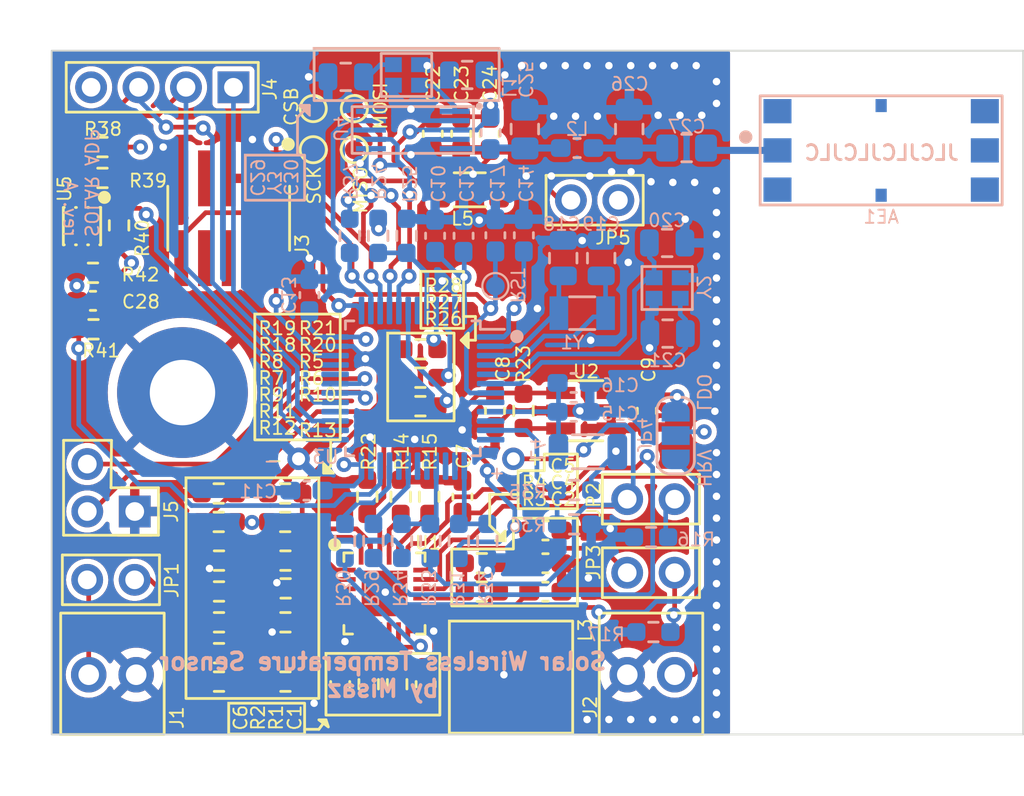
<source format=kicad_pcb>
(kicad_pcb (version 20221018) (generator pcbnew)
  (layers (0 "F.Cu" signal) (1 "In1.Cu" signal) (2 "In2.Cu" signal) (31 "B.Cu" signal) (34 "B.Paste" user) (35 "F.Paste" user) (36 "B.SilkS" user "B.Silkscreen") (37 "F.SilkS" user "F.Silkscreen") (38 "B.Mask" user) (39 "F.Mask" user) (44 "Edge.Cuts" user))
  (net 0 "")
  (net 1 "Net-(AE1-FEED)")
  (net 3 "/HRVST_ADP5091/VIN")
  (net 4 "GND")
  (net 5 "+1V8")
  (net 6 "+BATT")
  (net 7 "HRVST_SYS")
  (net 8 "Net-(U1-CBP)")
  (net 9 "/HRVST_ADP5091/BACKUP")
  (net 10 "VCC")
  (net 11 "/MCU STM32L0/MCU_AVDD")
  (net 12 "MCU_NRST")
  (net 13 "Net-(U3-PC14)")
  (net 14 "Net-(U3-PC15)")
  (net 15 "Net-(U3-PH0)")
  (net 16 "Net-(U3-PH1)")
  (net 17 "/RADIO_MAX41460/MAX41460_POWER")
  (net 18 "Net-(U4-PA)")
  (net 19 "Net-(C26-Pad1)")
  (net 20 "TEMP_GND")
  (net 21 "Net-(J1-Pin_1)")
  (net 22 "MCU_SWDIO")
  (net 23 "MCU_SWCLK")
  (net 27 "MCU_UART_RX")
  (net 28 "MCU_UART_TX")
  (net 29 "TEMP_SCL")
  (net 30 "TEMP_SDA")
  (net 31 "Net-(JP2-B)")
  (net 32 "Net-(JP3-B)")
  (net 33 "Net-(JP5-B)")
  (net 34 "Net-(U1-SW)")
  (net 35 "Net-(U1-MPPT)")
  (net 36 "Net-(U1-REG_FB)")
  (net 37 "Net-(U1-REF)")
  (net 38 "Net-(U1-SETSD)")
  (net 39 "Net-(U1-SETBK)")
  (net 40 "Net-(U1-TERM)")
  (net 41 "Net-(U1-SETPG)")
  (net 42 "Net-(U1-SETHYST)")
  (net 43 "Net-(U1-MINOP)")
  (net 44 "Net-(U1-VID)")
  (net 45 "HRVST_REG_D0")
  (net 46 "HRVST_REG_D1")
  (net 47 "HRVST_DIS_SW")
  (net 48 "Net-(U2-EN)")
  (net 49 "Net-(U3-BOOT0)")
  (net 50 "Net-(U3-PB9)")
  (net 51 "Net-(U3-PB8)")
  (net 52 "HRVST_LLD")
  (net 53 "HRVST_PGOOD")
  (net 54 "Net-(U3-PB1)")
  (net 55 "Net-(U3-PA1)")
  (net 56 "RADIO_CSB")
  (net 57 "TEMP_GPIO0")
  (net 58 "TEMP_GPIO1")
  (net 59 "RADIO_SCLK")
  (net 60 "RADIO_MOSI")
  (net 61 "RADIO_MISO")
  (net 70 "Net-(U4-XTAL2)")
  (net 71 "Net-(U4-XTAL1)")
  (net 72 "HRVST_REG_OUT")
  (net 73 "Net-(U3-PA3)")
  (net 76 "Net-(U3-PA6)")
  (net 77 "Net-(U3-PB6)")
  (net 78 "Net-(U3-PB10)")
  (footprint "MAX31889:MAXIM-uDFN6" (layer "F.Cu") (at 101.6226 109.5912 -90)
    (fp_text reference "U5")
    (fp_text value "MAX31889ALT+")
  )
  (footprint "Resistor_SMD:R_0603_1608Metric_Pad0.98x0.95mm_HandSolder" (layer "F.Cu") (at 103.6066 109.5502 90)
    (fp_text reference "R40")
    (fp_text value "4k7")
  )
  (footprint "Connector_PinHeader_2.54mm:PinHeader_1x02_P2.54mm_Vertical" (layer "F.Cu") (at 130.805 124.206 90)
    (fp_text reference "JP2")
    (fp_text value "BAT DISCHARGE")
  )
  (footprint "Resistor_SMD:R_0603_1608Metric_Pad0.98x0.95mm_HandSolder" (layer "F.Cu") (at 108.955802 133.972198)
    (fp_text reference "R12")
    (fp_text value "300k")
  )
  (footprint "Resistor_SMD:R_0603_1608Metric_Pad0.98x0.95mm_HandSolder" (layer "F.Cu") (at 119.7356 116.1796 180)
    (fp_text reference "R28")
    (fp_text value "10k")
  )
  (footprint "Resistor_SMD:R_0603_1608Metric_Pad0.98x0.95mm_HandSolder" (layer "F.Cu") (at 102.7176 107.0102 180)
    (fp_text reference "R39")
    (fp_text value "4k7")
  )
  (footprint "Resistor_SMD:R_0603_1608Metric_Pad0.98x0.95mm_HandSolder" (layer "F.Cu") (at 112.522 128.9812 180)
    (fp_text reference "R6")
    (fp_text value "5M1")
  )
  (footprint "VN02A1500000G:VN02A1500000G" (layer "F.Cu") (at 132.08 133.604)
    (fp_text reference "J2")
    (fp_text value "Backup")
  )
  (footprint "Capacitor_SMD:C_0603_1608Metric_Pad1.08x0.95mm_HandSolder" (layer "F.Cu") (at 126.429 125.8824)
    (fp_text reference "C5")
    (fp_text value "100nF")
  )
  (footprint "Resistor_SMD:R_0603_1608Metric_Pad0.98x0.95mm_HandSolder" (layer "F.Cu") (at 112.511802 127.495198)
    (fp_text reference "R5")
    (fp_text value "5M1")
  )
  (footprint "Resistor_SMD:R_0603_1608Metric_Pad0.98x0.95mm_HandSolder" (layer "F.Cu") (at 118.491 134.112 -90)
    (fp_text reference "R1")
    (fp_text value "4M7")
  )
  (footprint "Capacitor_SMD:C_0603_1608Metric_Pad1.08x0.95mm_HandSolder" (layer "F.Cu") (at 120.396 104.648 -90)
    (fp_text reference "C22")
    (fp_text value "470nF")
  )
  (footprint "Resistor_SMD:R_0603_1608Metric_Pad0.98x0.95mm_HandSolder" (layer "F.Cu") (at 112.4966 123.9012 180)
    (fp_text reference "R21")
    (fp_text value "1M")
  )
  (footprint "Connector_PinHeader_2.54mm:PinHeader_1x02_P2.54mm_Vertical" (layer "F.Cu") (at 130.3324 108.204 -90)
    (fp_text reference "JP5")
    (fp_text value "I MEAS")
  )
  (footprint "Capacitor_SMD:C_0603_1608Metric_Pad1.08x0.95mm_HandSolder" (layer "F.Cu") (at 123.444 104.648 -90)
    (fp_text reference "C24")
    (fp_text value "220pF")
  )
  (footprint "Connector_PinHeader_2.54mm:PinHeader_1x02_P2.54mm_Vertical" (layer "F.Cu") (at 101.9048 124.8664 180)
    (fp_text reference "J5")
    (fp_text value "Conn_01x02")
  )
  (footprint "Resistor_SMD:R_0603_1608Metric_Pad0.98x0.95mm_HandSolder" (layer "F.Cu") (at 120.206 124.079 90)
    (fp_text reference "R15")
    (fp_text value "111k")
  )
  (footprint "Resistor_SMD:R_0603_1608Metric_Pad0.98x0.95mm_HandSolder" (layer "F.Cu") (at 116.967 134.112 -90)
    (fp_text reference "R2")
    (fp_text value "18M")
  )
  (footprint "Capacitor_SMD:C_0603_1608Metric_Pad1.08x0.95mm_HandSolder" (layer "F.Cu") (at 121.984 124.079 90)
    (fp_text reference "C7")
    (fp_text value "10uF")
  )
  (footprint "Connector_PinHeader_2.54mm:PinHeader_1x02_P2.54mm_Vertical" (layer "F.Cu") (at 130.805 128.143 90)
    (fp_text reference "JP3")
    (fp_text value "BAT DISCHARGE")
  )
  (footprint "Capacitor_SMD:C_0603_1608Metric_Pad1.08x0.95mm_HandSolder" (layer "F.Cu") (at 121.92 104.648 -90)
    (fp_text reference "C23")
    (fp_text value "10nF")
  )
  (footprint "SCMR18C105PRBA0:SCMR18C105PRBA0" (layer "F.Cu") (at 118.964 122.047 90)
    (fp_text reference "C3" hide)
    (fp_text value "1F/5.5V")
  )
  (footprint "TestPoint:TestPoint_Pad_D1.0mm" (layer "F.Cu") (at 114 103.3)
    (fp_text reference "TP18" hide)
    (fp_text value "TestPoint")
  )
  (footprint "TestPoint:TestPoint_Pad_D1.0mm" (layer "F.Cu") (at 114 105.5)
    (fp_text reference "TP19" hide)
    (fp_text value "TestPoint")
  )
  (footprint "Resistor_SMD:R_0603_1608Metric_Pad0.98x0.95mm_HandSolder" (layer "F.Cu") (at 125.2535 119.4805 -90)
    (fp_text reference "R23")
    (fp_text value "10k")
  )
  (footprint "MountingHole:MountingHole_3.5mm" (layer "F.Cu") (at 145 118.5)
    (fp_text reference "H2" hide)
    (fp_text value "MountingHole")
  )
  (footprint "Resistor_SMD:R_0603_1608Metric_Pad0.98x0.95mm_HandSolder" (layer "F.Cu") (at 112.4985 125.4252)
    (fp_text reference "R20")
    (fp_text value "1M")
  )
  (footprint "Resistor_SMD:R_0603_1608Metric_Pad0.98x0.95mm_HandSolder" (layer "F.Cu") (at 108.955802 132.448198)
    (fp_text reference "R11")
    (fp_text value "5M6")
  )
  (footprint "Inductor_SMD:L_1206_3216Metric" (layer "F.Cu") (at 122.3772 107.6452 180)
    (fp_text reference "L5")
    (fp_text value "742792141")
  )
  (footprint "Resistor_SMD:R_0603_1608Metric_Pad0.98x0.95mm_HandSolder" (layer "F.Cu") (at 108.9406 125.4252 180)
    (fp_text reference "R18")
    (fp_text value "1M")
  )
  (footprint "Resistor_SMD:R_0603_1608Metric_Pad0.98x0.95mm_HandSolder" (layer "F.Cu") (at 112.511802 133.972198)
    (fp_text reference "R13")
    (fp_text value "4M7")
  )
  (footprint "Capacitor_SMD:C_0603_1608Metric_Pad1.08x0.95mm_HandSolder" (layer "F.Cu") (at 131.8575 119.4805 -90)
    (fp_text reference "C9")
    (fp_text value "1uF")
  )
  (footprint "Connector_PinHeader_2.54mm:PinHeader_1x02_P2.54mm_Vertical" (layer "F.Cu") (at 101.8998 128.524 90)
    (fp_text reference "JP1")
    (fp_text value "SOLAR MEAS")
  )
  (footprint "ADP5091:ADP5091ACPZ-1-R7_ADI-M" (layer "F.Cu") (at 117.813 129.253198)
    (fp_text reference "U1")
    (fp_text value "ADP5091ACPZ-1-R7")
  )
  (footprint "Resistor_SMD:R_0603_1608Metric_Pad0.98x0.95mm_HandSolder" (layer "F.Cu") (at 108.955802 129.146198)
    (fp_text reference "R7")
    (fp_text value "5M1")
  )
  (footprint "MountingHole:MountingHole_3.5mm_Pad" (layer "F.Cu") (at 107 118.5)
    (fp_text reference "H1" hide)
    (fp_text value "MountingHole")
  )
  (footprint "Package_TO_SOT_SMD:SOT-23-5_HandSoldering" (layer "F.Cu") (at 128.6025 119.4725)
    (fp_text reference "U2")
    (fp_text value "TPS7A0218DBVR")
  )
  (footprint "Resistor_SMD:R_0603_1608Metric_Pad0.98x0.95mm_HandSolder" (layer "F.Cu") (at 108.955802 130.797198)
    (fp_text reference "R9")
    (fp_text value "6M8")
  )
  (footprint "Resistor_SMD:R_0603_1608Metric_Pad0.98x0.95mm_HandSolder" (layer "F.Cu") (at 118.682 124.079 90)
    (fp_text reference "R14")
    (fp_text value "150k")
  )
  (footprint "VN02A1500000G:VN02A1500000G" (layer "F.Cu") (at 103.251 133.604)
    (fp_text reference "J1")
    (fp_text value "Solar")
  )
  (footprint "Resistor_SMD:R_0603_1608Metric_Pad0.98x0.95mm_HandSolder" (layer "F.Cu") (at 102.7176 105.3592 180)
    (fp_text reference "R38")
    (fp_text value "4k7")
  )
  (footprint "Capacitor_SMD:C_0603_1608Metric_Pad1.08x0.95mm_HandSolder" (layer "F.Cu") (at 120.015 134.112 90)
    (fp_text reference "C1")
    (fp_text value "10uF")
  )
  (footprint "Capacitor_SMD:C_0603_1608Metric_Pad1.08x0.95mm_HandSolder" (layer "F.Cu") (at 126.429 127.635)
    (fp_text reference "C4")
    (fp_text value "4.7uF")
  )
  (footprint "Resistor_SMD:R_0603_1608Metric_Pad0.98x0.95mm_HandSolder" (layer "F.Cu") (at 116.8908 124.079 90)
    (fp_text reference "R22")
    (fp_text value "1M")
  )
  (footprint "Capacitor_SMD:C_0603_1608Metric_Pad1.08x0.95mm_HandSolder" (layer "F.Cu") (at 115.443 134.112 -90)
    (fp_text reference "C6")
    (fp_text value "10nF")
  )
  (footprint "Resistor_SMD:R_0603_1608Metric_Pad0.98x0.95mm_HandSolder" (layer "F.Cu") (at 119.7356 119.2276 180)
    (fp_text reference "R26")
    (fp_text value "10k")
  )
  (footprint "TestPoint:TestPoint_Pad_D1.0mm" (layer "F.Cu") (at 116.2 105.5)
    (fp_text reference "TP21" hide)
    (fp_text value "TestPoint")
  )
  (footprint "Capacitor_SMD:C_0603_1608Metric_Pad1.08x0.95mm_HandSolder" (layer "F.Cu") (at 126.429 129.159)
    (fp_text reference "C2")
    (fp_text value "10uF")
  )
  (footprint "SAMTEC_FTSH:SAMTEC_FTSH-105-XX-X-DV" (layer "F.Cu") (at 109.474 109.1692 180)
    (fp_text reference "J3")
    (fp_text value "FTSH-105-01-L-DV-K" hide)
  )
  (footprint "Connector_PinHeader_2.54mm:PinHeader_1x04_P2.54mm_Vertical" (layer "F.Cu") (at 102.108 102.1588 90)
    (fp_text reference "J4")
    (fp_text value "Conn_01x04")
  )
  (footprint "Resistor_SMD:R_0603_1608Metric_Pad0.98x0.95mm_HandSolder" (layer "F.Cu") (at 119.7356 117.7036 180)
    (fp_text reference "R27")
    (fp_text value "10k")
  )
  (footprint "Resistor_SMD:R_0603_1608Metric_Pad0.98x0.95mm_HandSolder" (layer "F.Cu") (at 108.9387 123.9012 180)
    (fp_text reference "R19")
    (fp_text value "1M")
  )
  (footprint "Capacitor_SMD:C_0603_1608Metric_Pad1.08x0.95mm_HandSolder" (layer "F.Cu") (at 123.7295 119.4805 -90)
    (fp_text reference "C8")
    (fp_text value "1uF")
  )
  (footprint "DJNR6045:DJNR6045" (layer "F.Cu") (at 124.587 133.731)
    (fp_text reference "L3")
    (fp_text value "22uH")
  )
  (footprint "Connector_PinHeader_2.54mm:PinHeader_1x01_P2.54mm_Vertical" (layer "F.Cu") (at 104.4448 124.8664)
    (fp_text reference "J6" hide)
    (fp_text value "Conn_01x01")
  )
  (footprint "Resistor_SMD:R_0603_1608Metric_Pad0.98x0.95mm_HandSolder" (layer "F.Cu") (at 108.955802 127.495198 180)
    (fp_text reference "R8")
    (fp_text value "5M1")
  )
  (footprint "Resistor_SMD:R_0603_1608Metric_Pad0.98x0.95mm_HandSolder" (layer "F.Cu") (at 123.0254 129.159 180)
    (fp_text reference "R3")
    (fp_text value "1M")
  )
  (footprint "Resistor_SMD:R_0603_1608Metric_Pad0.98x0.95mm_HandSolder" (layer "F.Cu") (at 102.2369 115.1128 180)
    (fp_text reference "R41")
    (fp_text value "4k7")
  )
  (footprint "Resistor_SMD:R_0603_1608Metric_Pad0.98x0.95mm_HandSolder" (layer "F.Cu") (at 112.511802 130.797198 180)
    (fp_text reference "R10")
    (fp_text value "3M")
  )
  (footprint "Capacitor_SMD:C_0603_1608Metric_Pad1.08x0.95mm_HandSolder" (layer "F.Cu") (at 102.2096 113.5888 180)
    (fp_text reference "C28")
    (fp_text value "100nF")
  )
  (footprint "TestPoint:TestPoint_Pad_D1.0mm" (layer "F.Cu") (at 116.2 103.3)
    (fp_text reference "TP20" hide)
    (fp_text value "TestPoint")
  )
  (footprint "Resistor_SMD:R_0603_1608Metric_Pad0.98x0.95mm_HandSolder" (layer "F.Cu") (at 123.0254 127.635)
    (fp_text reference "R4")
    (fp_text value "1M")
  )
  (footprint "Resistor_SMD:R_0603_1608Metric_Pad0.98x0.95mm_HandSolder" (layer "F.Cu") (at 102.2096 112.0902 180)
    (fp_text reference "R42")
    (fp_text value "100k")
  )
  (footprint "Capacitor_SMD:C_0805_2012Metric" (layer "B.Cu") (at 129.413 111.3028 90)
    (fp_text reference "C19")
    (fp_text value "7pF")
  )
  (footprint "MAX41460:MAX41460" (layer "B.Cu") (at 119.3292 104.4448 180)
    (fp_text reference "U4")
    (fp_text value "MAX41460GUB+")
  )
  (footprint "Resistor_SMD:R_0603_1608Metric_Pad0.98x0.95mm_HandSolder" (layer "B.Cu") (at 117.475 110.109 -90)
    (fp_text reference "R24")
    (fp_text value "10k")
  )
  (footprint "Capacitor_SMD:C_0805_2012Metric" (layer "B.Cu") (at 132.9436 110.49)
    (fp_text reference "C20")
    (fp_text value "6pF")
  )
  (footprint "Resistor_SMD:R_0603_1608Metric_Pad0.98x0.95mm_HandSolder" (layer "B.Cu") (at 120.269 126.4431 90)
    (fp_text reference "R33")
    (fp_text value "6M8")
  )
  (footprint "Capacitor_SMD:C_0603_1608Metric_Pad1.08x0.95mm_HandSolder" (layer "B.Cu") (at 113.6407 123.7488 180)
    (fp_text reference "C11")
    (fp_text value "100nF")
  )
  (footprint "Capacitor_SMD:C_0603_1608Metric_Pad1.08x0.95mm_HandSolder" (layer "B.Cu") (at 127.94 119.53)
    (fp_text reference "C15")
    (fp_text value "100nF")
  )
  (footprint "Capacitor_SMD:C_0603_1608Metric_Pad1.08x0.95mm_HandSolder" (layer "B.Cu") (at 127.94 117.983)
    (fp_text reference "C16")
    (fp_text value "1uF")
  )
  (footprint "Capacitor_SMD:C_0805_2012Metric" (layer "B.Cu") (at 115.7376 101.6 180)
    (fp_text reference "C29")
    (fp_text value "6pF")
  )
  (footprint "Capacitor_SMD:C_0603_1608Metric_Pad1.08x0.95mm_HandSolder" (layer "B.Cu") (at 120.523 110.109 90)
    (fp_text reference "C10")
    (fp_text value "10uF")
  )
  (footprint "Capacitor_SMD:C_0805_2012Metric_Pad1.18x1.45mm_HandSolder" (layer "B.Cu") (at 130.9155 104.394 90)
    (fp_text reference "C26")
    (fp_text value "4.7pF")
  )
  (footprint "Resistor_SMD:R_0603_1608Metric_Pad0.98x0.95mm_HandSolder" (layer "B.Cu") (at 132.0819 126.238 180)
    (fp_text reference "R16")
    (fp_text value "47")
  )
  (footprint "Capacitor_SMD:C_0603_1608Metric_Pad1.08x0.95mm_HandSolder" (layer "B.Cu") (at 122.047 110.109 90)
    (fp_text reference "C12")
    (fp_text value "100nF")
  )
  (footprint "Resistor_SMD:R_0603_1608Metric_Pad0.98x0.95mm_HandSolder" (layer "B.Cu") (at 123.317 126.4412 -90)
    (fp_text reference "R32")
    (fp_text value "4M7")
  )
  (footprint "Capacitor_SMD:C_0805_2012Metric" (layer "B.Cu") (at 127.381 111.3028 90)
    (fp_text reference "C18")
    (fp_text value "7pF")
  )
  (footprint "Resistor_SMD:R_0603_1608Metric_Pad0.98x0.95mm_HandSolder" (layer "B.Cu") (at 132.207 131.318 180)
    (fp_text reference "R17")
    (fp_text value "10")
  )
  (footprint "Capacitor_SMD:C_0805_2012Metric" (layer "B.Cu") (at 122.24 101.4984)
    (fp_text reference "C30")
    (fp_text value "6pF")
  )
  (footprint "Crystal:Crystal_SMD_2016-4Pin_2.0x1.6mm" (layer "B.Cu") (at 132.9436 112.903)
    (fp_text reference "Y2")
    (fp_text value "16MHz")
  )
  (footprint "Capacitor_SMD:C_0603_1608Metric_Pad1.08x0.95mm_HandSolder" (layer "B.Cu") (at 113.792 113.284 90)
    (fp_text reference "C13")
    (fp_text value "100nF")
  )
  (footprint "Resistor_SMD:R_0603_1608Metric_Pad0.98x0.95mm_HandSolder" (layer "B.Cu") (at 121.793 126.4412 90)
    (fp_text reference "R31")
    (fp_text value "6M8")
  )
  (footprint "Resistor_SMD:R_0603_1608Metric_Pad0.98x0.95mm_HandSolder" (layer "B.Cu") (at 127.9652 125.5522)
    (fp_text reference "R36")
    (fp_text value "6M8")
  )
  (footprint "Resistor_SMD:R_0603_1608Metric_Pad0.98x0.95mm_HandSolder" (layer "B.Cu") (at 127.9665 123.721 180)
    (fp_text reference "R35")
    (fp_text value "4M7")
  )
  (footprint "Package_QFP:LQFP-48_7x7mm_P0.5mm" (layer "B.Cu") (at 119.3325 118.273 180)
    (fp_text reference "U3")
    (fp_text value "STM32L053C8T6")
  )
  (footprint "Capacitor_SMD:C_0805_2012Metric_Pad1.18x1.45mm_HandSolder" (layer "B.Cu") (at 133.985 105.41)
    (fp_text reference "C27")
    (fp_text value "100pF")
  )
  (footprint "Resistor_SMD:R_0603_1608Metric_Pad0.98x0.95mm_HandSolder" (layer "B.Cu") (at 118.745 126.4412 -90)
    (fp_text reference "R34")
    (fp_text value "4M7")
  )
  (footprint "TestPoint:TestPoint_Pad_D1.0mm" (layer "B.Cu") (at 123.75 112.8 180)
    (fp_text reference "TP1" hide)
    (fp_text value "TestPoint")
  )
  (footprint "Crystal:Crystal_SMD_2016-4Pin_2.0x1.6mm" (layer "B.Cu") (at 118.9888 101.4984 180)
    (fp_text reference "Y3")
    (fp_text value "16MHz")
  )
  (footprint "7488910092:7488910092" (layer "B.Cu") (at 144.399 105.537)
    (fp_text reference "AE1")
    (fp_text value "7488910092")
  )
  (footprint "Crystal:Crystal_SMD_3215-2Pin_3.2x1.5mm" (layer "B.Cu") (at 128.397 114.2492 180)
    (fp_text reference "Y1")
    (fp_text value "32kHz")
  )
  (footprint "Resistor_SMD:R_0603_1608Metric_Pad0.98x0.95mm_HandSolder" (layer "B.Cu") (at 115.951 110.109 -90)
    (fp_text reference "R37")
    (fp_text value "56k")
  )
  (footprint "Capacitor_SMD:C_0805_2012Metric" (layer "B.Cu") (at 132.969 115.3416 180)
    (fp_text reference "C21")
    (fp_text value "6pF")
  )
  (footprint "Capacitor_SMD:C_0603_1608Metric_Pad1.08x0.95mm_HandSolder" (layer "B.Cu") (at 123.749 110.0825 90)
    (fp_text reference "C17")
    (fp_text value "100nF")
  )
  (footprint "Capacitor_SMD:C_0805_2012Metric_Pad1.18x1.45mm_HandSolder" (layer "B.Cu") (at 125.3275 104.394 90)
    (fp_text reference "C25")
    (fp_text value "3.3pF")
  )
  (footprint "Resistor_SMD:R_0603_1608Metric_Pad0.98x0.95mm_HandSolder" (layer "B.Cu") (at 117.221 126.4431 -90)
    (fp_text reference "R29")
    (fp_text value "10k")
  )
  (footprint "Jumper:SolderJumper-3_P1.3mm_Open_RoundedPad1.0x1.5mm" (layer "B.Cu") (at 133.4008 120.8024 -90)
    (fp_text reference "JP4")
    (fp_text value "PAD")
  )
  (footprint "Capacitor_SMD:C_0603_1608Metric_Pad1.08x0.95mm_HandSolder" (layer "B.Cu") (at 125.273 110.0825 90)
    (fp_text reference "C14")
    (fp_text value "1uF")
  )
  (footprint "Inductor_SMD:L_0603_1608Metric_Pad1.05x0.95mm_HandSolder" (layer "B.Cu") (at 123.4948 104.5858 -90)
    (fp_text reference "L1")
    (fp_text value "5.6nH")
  )
  (footprint "Inductor_SMD:L_0603_1608Metric_Pad1.05x0.95mm_HandSolder" (layer "B.Cu") (at 128.1215 105.41)
    (fp_text reference "L2")
    (fp_text value "11nH")
  )
  (footprint "Resistor_SMD:R_0603_1608Metric_Pad0.98x0.95mm_HandSolder" (layer "B.Cu") (at 118.999 110.109 90)
    (fp_text reference "R25")
    (fp_text value "100k")
  )
  (footprint "Inductor_SMD:L_1206_3216Metric" (layer "B.Cu") (at 128.702 121.666 180)
    (fp_text reference "L4")
    (fp_text value "742792141")
  )
  (footprint "Resistor_SMD:R_0603_1608Metric_Pad0.98x0.95mm_HandSolder" (layer "B.Cu") (at 115.697 126.4431 -90)
    (fp_text reference "R30")
    (fp_text value "10k")
  )
  (gr_circle (center 122.8852 103.1748) (end 122.998792 103.1748) (stroke (width 0.15)) (fill solid) (layer "B.SilkS"))
  (gr_poly (pts (xy 113.792 103.124) (xy 113.284 103.124) (xy 113.792 103.632)) (stroke (width 0.15)) (fill solid) (layer "B.SilkS"))
  (gr_rect (start 114.046 100.076) (end 123.952 102.87) (stroke (width 0.15)) (fill none) (layer "B.SilkS"))
  (gr_circle (center 124.9 115.5) (end 125.183981 115.5) (stroke (width 0.15)) (fill solid) (layer "B.SilkS"))
  (gr_line (start 113.157 103.759) (end 113.792 103.124) (stroke (width 0.15)) (layer "B.SilkS"))
  (gr_line (start 113.157 105.791) (end 113.157 103.759) (stroke (width 0.15)) (layer "B.SilkS"))
  (gr_rect (start 110.363 105.791) (end 113.538 108.204) (stroke (width 0.15)) (fill none) (layer "B.SilkS"))
  (gr_poly (pts (xy 124.968 124.714) (xy 128.143 124.714) (xy 128.143 121.793) (xy 126.365 121.793) (xy 126.365 122.682) (xy 124.968 122.682)) (stroke (width 0.15)) (fill none) (layer "F.SilkS"))
  (gr_rect (start 119.761 112.014) (end 122.047 115.062) (stroke (width 0.15)) (fill none) (layer "F.SilkS"))
  (gr_line (start 103.1748 123.5964) (end 103.2002 121.0564) (stroke (width 0.15)) (layer "F.SilkS"))
  (gr_poly (pts (xy 114.554 122.301) (xy 114.554 122.809) (xy 115.062 122.809)) (stroke (width 0.15)) (fill solid) (layer "F.SilkS"))
  (gr_line (start 122.047 114.427) (end 122.682 114.427) (stroke (width 0.15)) (layer "F.SilkS"))
  (gr_line (start 124.968 123.952) (end 123.444 123.952) (stroke (width 0.15)) (layer "F.SilkS"))
  (gr_line (start 100.6348 121.0564) (end 100.6348 126.1364) (stroke (width 0.15)) (layer "F.SilkS"))
  (gr_circle (center 115.144034 126.6444) (end 115.4176 126.6444) (stroke (width 0.15)) (fill solid) (layer "F.SilkS"))
  (gr_poly (pts (xy 124.2695 126.4285) (xy 124.2695 125.9205) (xy 123.7615 126.4285)) (stroke (width 0.15)) (fill solid) (layer "F.SilkS"))
  (gr_poly (pts (xy 121.92 115.697) (xy 122.301 115.316) (xy 122.301 116.078)) (stroke (width 0.15)) (fill solid) (layer "F.SilkS"))
  (gr_rect (start 109.474 135.128) (end 113.538 136.779) (stroke (width 0.15)) (fill none) (layer "F.SilkS"))
  (gr_circle (center 112.653581 105.2068) (end 112.937562 105.2068) (stroke (width 0.15)) (fill solid) (layer "F.SilkS"))
  (gr_line (start 114.935 121.031) (end 114.935 122.428) (stroke (width 0.15)) (layer "F.SilkS"))
  (gr_rect (start 114.681 132.461) (end 120.777 135.763) (stroke (width 0.15)) (fill none) (layer "F.SilkS"))
  (gr_line (start 103.2002 121.0564) (end 100.6348 121.0564) (stroke (width 0.15)) (layer "F.SilkS"))
  (gr_line (start 114.935 122.428) (end 114.554 122.809) (stroke (width 0.15)) (layer "F.SilkS"))
  (gr_line (start 114.3 136.525) (end 114.681 136.017) (stroke (width 0.15)) (layer "F.SilkS"))
  (gr_line (start 122.682 114.427) (end 122.682 115.697) (stroke (width 0.15)) (layer "F.SilkS"))
  (gr_line (start 105.7148 126.1364) (end 105.7148 123.5964) (stroke (width 0.15)) (layer "F.SilkS"))
  (gr_line (start 123.444 125.603) (end 124.079 126.238) (stroke (width 0.15)) (layer "F.SilkS"))
  (gr_line (start 123.444 123.952) (end 123.444 125.603) (stroke (width 0.15)) (layer "F.SilkS"))
  (gr_line (start 100.6348 126.1364) (end 105.7148 126.1364) (stroke (width 0.15)) (layer "F.SilkS"))
  (gr_poly (pts (xy 114.681 136.017) (xy 114.3 136.017) (xy 114.808 136.398)) (stroke (width 0.15)) (fill solid) (layer "F.SilkS"))
  (gr_line (start 122.682 115.697) (end 121.92 115.697) (stroke (width 0.15)) (layer "F.SilkS"))
  (gr_rect (start 110.871 114.3) (end 115.443 121.031) (stroke (width 0.15)) (fill none) (layer "F.SilkS"))
  (gr_rect (start 107.188 123.063) (end 114.3 134.874) (stroke (width 0.15)) (fill none) (layer "F.SilkS"))
  (gr_line (start 113.538 136.525) (end 114.3 136.525) (stroke (width 0.15)) (layer "F.SilkS"))
  (gr_rect (start 117.983 115.316) (end 121.539 120.015) (stroke (width 0.15)) (fill none) (layer "F.SilkS"))
  (gr_line (start 105.7148 123.5964) (end 103.1748 123.5964) (stroke (width 0.15)) (layer "F.SilkS"))
  (gr_circle (center 102.8192 108.0516) (end 103.092766 108.0516) (stroke (width 0.15)) (fill solid) (layer "F.SilkS"))
  (gr_poly (pts (xy 121.412 129.921) (xy 128.143 129.921) (xy 128.143 125.222) (xy 124.714 125.222) (xy 124.714 126.873) (xy 121.412 126.873)) (stroke (width 0.15)) (fill none) (layer "F.SilkS"))
  (gr_rect (start 100 100.2) (end 152 136.8) (stroke (width 0.1)) (fill none) (layer "Edge.Cuts"))
  (gr_text "LDO" (at 134.493 118.491 -90) (layer "B.SilkS") (effects (font (size 0.7 0.7) (thickness 0.1)) (justify bottom mirror)))
  (gr_text "+" (at 124.333 123.19) (layer "B.SilkS") (effects (font (size 0.7 0.7) (thickness 0.1)) (justify left bottom mirror)))
  (gr_text "Solar Wireless Temperature Sensor\nby Misaz" (at 117.729 134.874) (layer "B.SilkS") (effects (font (size 0.9 0.9) (thickness 0.2) bold) (justify bottom mirror)))
  (gr_text "JLCJLCJLCJLC" (at 144.4244 105.664) (layer "B.SilkS") (effects (font (size 0.8 0.8) (thickness 0.15) bold) (justify mirror)))
  (gr_text "HRV" (at 134.493 122.555 -90) (layer "B.SilkS") (effects (font (size 0.7 0.7) (thickness 0.1)) (justify bottom mirror)))
  (gr_text "RST" (at 124.5108 112.776 -90) (layer "B.SilkS") (effects (font (size 0.7 0.7) (thickness 0.1)) (justify bottom mirror)))
  (gr_text "-" (at 112.268 122.555) (layer "B.SilkS") (effects (font (size 0.7 0.7) (thickness 0.1)) (justify left bottom mirror)))
  (gr_text "SOLAR ADP\nrev. A" (at 100.584 110.236 270) (layer "B.SilkS") (effects (font (size 0.7 0.7) (thickness 0.1)) (justify left bottom mirror)))
  (gr_text "SCK" (at 114.046 106.299 90) (layer "F.SilkS") (effects (font (size 0.7 0.7) (thickness 0.1)) (justify right)))
  (gr_text "CSB" (at 112.8268 104.2924 90) (layer "F.SilkS") (effects (font (size 0.7 0.7) (thickness 0.1)) (justify left)))
  (gr_text "MISO" (at 116.5352 106.3244 90) (layer "F.SilkS") (effects (font (size 0.7 0.7) (thickness 0.1)) (justify right)))
  (gr_text "-" (at 111.4298 122.5296) (layer "F.SilkS") (effects (font (size 0.7 0.7) (thickness 0.1)) (justify left bottom)))
  (gr_text "+" (at 125.3744 122.4534) (layer "F.SilkS") (effects (font (size 0.7 0.7) (thickness 0.1)) (justify left bottom)))
  (gr_text "MOSI" (at 118.0084 104.4956 90) (layer "F.SilkS") (effects (font (size 0.7 0.7) (thickness 0.1)) (justify left bottom)))
  (segment (start 135.1495 105.537) (end 138.849 105.537) (width 0.377) (layer "B.Cu") (net 1))
  (segment (start 106.363 129.609) (end 106.363 130.688) (width 0.25) (layer "F.Cu") (net 3))
  (segment (start 120.269 136.271) (end 120 136.271) (width 0.25) (layer "F.Cu") (net 3))
  (segment (start 108.649 136.271) (end 106.363 133.985) (width 0.25) (layer "F.Cu") (net 3))
  (segment (start 120.015 134.9745) (end 120.015 134.7235) (width 0.25) (layer "F.Cu") (net 3))
  (segment (start 121.92 134.62) (end 120.269 136.271) (width 0.25) (layer "F.Cu") (net 3))
  (segment (start 121.92 134.239) (end 121.1845 134.9745) (width 0.25) (layer "F.Cu") (net 3))
  (segment (start 121.1845 134.9745) (end 120.015 134.9745) (width 0.25) (layer "F.Cu") (net 3))
  (segment (start 104.77 128.016) (end 106.363 129.609) (width 0.25) (layer "F.Cu") (net 3))
  (segment (start 118.063 132.7715) (end 118.491 133.1995) (width 0.25) (layer "F.Cu") (net 3))
  (segment (start 121.92 133.731) (end 121.92 134.239) (width 0.25) (layer "F.Cu") (net 3))
  (segment (start 120.015 134.7235) (end 118.491 133.1995) (width 0.25) (layer "F.Cu") (net 3))
  (segment (start 118.063 131.252396) (end 118.063 132.7715) (width 0.25) (layer "F.Cu") (net 3))
  (segment (start 121.92 133.731) (end 121.92 134.62) (width 0.25) (layer "F.Cu") (net 3))
  (segment (start 106.363 133.985) (end 106.363 130.688) (width 0.25) (layer "F.Cu") (net 3))
  (segment (start 122.237 134.034) (end 122.237 133.731) (width 0.25) (layer "F.Cu") (net 3))
  (segment (start 120 136.271) (end 122.237 134.034) (width 0.25) (layer "F.Cu") (net 3))
  (segment (start 120 136.271) (end 108.649 136.271) (width 0.25) (layer "F.Cu") (net 3))
  (segment (start 128.0789 128.4224) (end 128.0281 128.4224) (width 0.25) (layer "F.Cu") (net 4))
  (segment (start 111.5841 123.5849) (end 113.122 122.047) (width 0.25) (layer "F.Cu") (net 4))
  (segment (start 111.5841 123.9012) (end 111.5841 123.5849) (width 0.25) (layer "F.Cu") (net 4))
  (segment (start 119.4308 121.0056) (end 119.4308 122.4177) (width 0.25) (layer "F.Cu") (net 4))
  (segment (start 117.0432 120.8786) (end 117.0432 123.0141) (width 0.25) (layer "F.Cu") (net 4))
  (segment (start 131.8575 120.343) (end 131.8575 120.2243) (width 0.25) (layer "F.Cu") (net 4))
  (segment (start 115.493 135.0245) (end 115.443 134.9745) (width 0.25) (layer "F.Cu") (net 4))
  (segment (start 122.1254 120.343) (end 121.9708 120.4976) (width 0.25) (layer "F.Cu") (net 4))
  (segment (start 112.0526 128.6764) (end 112.0526 128.6929) (width 0.25) (layer "F.Cu") (net 4))
  (segment (start 108.0262 123.9012) (end 108.4834 123.9012) (width 0.25) (layer "F.Cu") (net 4))
  (segment (start 135.008 119.5) (end 134.7724 119.7356) (width 0.25) (layer "F.Cu") (net 4))
  (segment (start 124.592 119.4805) (end 123.7295 120.343) (width 0.25) (layer "F.Cu") (net 4))
  (segment (start 131.0386 119.4054) (end 128.3462 119.4054) (width 0.25) (layer "F.Cu") (net 4))
  (segment (start 120.015 133.2495) (end 120.015 133.0706) (width 0.25) (layer "F.Cu") (net 4))
  (segment (start 132.4864 119.7356) (end 131.879 120.343) (width 0.25) (layer "F.Cu") (net 4))
  (segment (start 112.0526 128.6929) (end 111.599302 129.146198) (width 0.25) (layer "F.Cu") (net 4))
  (segment (start 120.4976 131.6228) (end 120.2944 131.4196) (width 0.25) (layer "F.Cu") (net 4))
  (segment (start 106.4768 105.3592) (end 105.9688 105.3592) (width 0.25) (layer "F.Cu") (net 4))
  (segment (start 129.5654 126.111) (end 129.8956 125.7808) (width 0.25) (layer "F.Cu") (net 4))
  (segment (start 127.2445 119.4805) (end 124.592 119.4805) (width 0.25) (layer "F.Cu") (net 4))
  (segment (start 120.4976 132.588) (end 120.4976 131.6228) (width 0.25) (layer "F.Cu") (net 4))
  (segment (start 119.063 131.252396) (end 120.127196 131.252396) (width 0.25) (layer "F.Cu") (net 4))
  (segment (start 119.4308 122.4177) (end 118.682 123.1665) (width 0.25) (layer "F.Cu") (net 4))
  (segment (start 134.7724 119.7356) (end 132.4864 119.7356) (width 0.25) (layer "F.Cu") (net 4))
  (segment (start 123.444 105.918) (end 122.555 106.807) (width 0.25) (layer "F.Cu") (net 4))
  (segment (start 117.0432 123.0141) (end 116.8908 123.1665) (width 0.25) (layer "F.Cu") (net 4))
  (segment (start 123.444 105.5105) (end 119.4827 105.5105) (width 0.25) (layer "F.Cu") (net 4))
  (segment (start 119.4827 105.5105) (end 119.2276 105.7656) (width 0.25) (layer "F.Cu") (net 4))
  (segment (start 119.4308 121.0056) (end 119.4308 122.3913) (width 0.25) (layer "F.Cu") (net 4))
  (segment (start 114.1995 134.9745) (end 114.046 135.128) (width 0.25) (layer "F.Cu") (net 4))
  (segment (start 128.0281 128.4224) (end 127.2915 129.159) (width 0.25) (layer "F.Cu") (net 4))
  (segment (start 123.7295 120.343) (end 122.1254 120.343) (width 0.25) (layer "F.Cu") (net 4))
  (segment (start 109.474 105.2068) (end 109.728 104.9528) (width 0.25) (layer "F.Cu") (net 4))
  (segment (start 116.563 131.468) (end 116.563 131.252396) (width 0.25) (layer "F.Cu") (net 4))
  (segment (start 121.934 123.1665) (end 121.984 123.2165) (width 0.25) (layer "F.Cu") (net 4))
  (segment (start 128.0789 128.4224) (end 127.2915 127.635) (width 0.25) (layer "F.Cu") (net 4))
  (segment (start 127.2525 119.4725) (end 127.2445 119.4805) (width 0.25) (layer "F.Cu") (net 4))
  (segment (start 113.424302 133.972198) (end 113.424302 134.506302) (width 0.25) (layer "F.Cu") (net 4))
  (segment (start 116.967 135.0245) (end 115.493 135.0245) (width 0.25) (layer "F.Cu") (net 4))
  (segment (start 116.205 131.826) (end 116.563 131.468) (width 0.25) (layer "F.Cu") (net 4))
  (segment (start 128.7272 128.4224) (end 128.0789 128.4224) (width 0.25) (layer "F.Cu") (net 4))
  (segment (start 120.256 123.2165) (end 120.206 123.1665) (width 0.25) (layer "F.Cu") (net 4))
  (segment (start 111.599302 131.118702) (end 111.7986 131.318) (width 0.25) (layer "F.Cu") (net 4))
  (segment (start 120.127196 131.252396) (end 120.2944 131.4196) (width 0.25) (layer "F.Cu") (net 4))
  (segment (start 115.443 134.9745) (end 114.1995 134.9745) (width 0.25) (layer "F.Cu") (net 4))
  (segment (start 115.697 131.826) (end 116.205 131.826) (width 0.25) (layer "F.Cu") (net 4))
  (segment (start 110.744 107.0864) (end 110.744 104.9528) (width 0.25) (layer "F.Cu") (net 4))
  (segment (start 121.984 123.2165) (end 120.256 123.2165) (width 0.25) (layer "F.Cu") (net 4))
  (segment (start 113.424302 134.506302) (end 114.046 135.128) (width 0.25) (layer "F.Cu") (net 4))
  (segment (start 127.2915 126.111) (end 129.5654 126.111) (width 0.25) (layer "F.Cu") (net 4))
  (segment (start 106.934 107.0342) (end 106.934 105.8164) (width 0.25) (layer "F.Cu") (net 4))
  (segment (start 113.4364 118.9482) (end 116.0642 118.9482) (width 0.25) (layer "F.Cu") (net 4))
  (segment (start 120.015 133.0706) (end 120.4976 132.588) (width 0.25) (layer "F.Cu") (net 4))
  (segment (start 106.934 105.8164) (end 106.4768 105.3592) (width 0.25) (layer "F.Cu") (net 4))
  (segment (start 108.4834 123.9012) (end 113.4364 118.9482) (width 0.25) (layer "F.Cu") (net 4))
  (segment (start 111.599302 130.797198) (end 111.599302 131.118702) (width 0.25) (layer "F.Cu") (net 4))
  (segment (start 131.8575 120.2243) (end 131.0386 119.4054) (width 0.25) (layer "F.Cu") (net 4))
  (segment (start 131.879 120.343) (end 131.8575 120.343) (width 0.25) (layer "F.Cu") (net 4))
  (segment (start 109.474 107.0342) (end 109.474 105.2068) (width 0.25) (layer "F.Cu") (net 4))
  (segment (start 119.4308 122.3913) (end 120.206 123.1665) (width 0.25) (layer "F.Cu") (net 4))
  (segment (start 123.444 105.5105) (end 123.444 105.918) (width 0.25) (layer "F.Cu") (net 4))
  (segment (start 128.3462 119.4054) (end 128.27 119.4816) (width 0.25) (layer "F.Cu") (net 4))
  (segment (start 135.5 119.5) (end 135.008 119.5) (width 0.25) (layer "F.Cu") (net 4))
  (segment (start 110.744 107.0342) (end 110.744 107.0864) (width 0.25) (layer "F.Cu") (net 4))
  (segment (start 109.728 104.9528) (end 110.744 104.9528) (width 0.25) (layer "F.Cu") (net 4))
  (via (at 133.3316 136) (size 0.8) (drill 0.4) (layers "F.Cu" "B.Cu") (net 4))
  (via (at 135.5852 129.8956) (size 0.8) (drill 0.4) (layers "F.Cu" "B.Cu") (net 4))
  (via (at 135.5852 112.3696) (size 0.8) (drill 0.4) (layers "F.Cu" "B.Cu") (net 4))
  (via (at 116.7892 116.6876) (size 0.8) (drill 0.4) (layers "F.Cu" "B.Cu") (net 4))
  (via (at 135.5852 115.8748) (size 0.8) (drill 0.4) (layers "F.Cu" "B.Cu") (net 4))
  (via (at 108.4458 127.9144) (size 0.8) (drill 0.4) (layers "F.Cu" "B.Cu") (net 4))
  (via (at 135.5852 111.2012) (size 0.8) (drill 0.4) (layers "F.Cu" "B.Cu") (net 4))
  (via (at 123.3424 128.016) (size 0.8) (drill 0.4) (layers "F.Cu" "B.Cu") (net 4))
  (via (at 134.5 101) (size 0.8) (drill 0.4) (layers "F.Cu" "B.Cu") (net 4))
  (via (at 135.5852 103.0224) (size 0.8) (drill 0.4) (layers "F.Cu" "B.Cu") (net 4))
  (via (at 128.7272 128.4224) (size 0.8) (drill 0.4) (layers "F.Cu" "B.Cu") (net 4))
  (via (at 135.5852 131.064) (size 0.8) (drill 0.4) (layers "F.Cu" "B.Cu") (net 4))
  (via (at 113.75 101.6) (size 0.8) (drill 0.4) (layers "F.Cu" "B.Cu") (net 4))
  (via (at 113.792 111.3028) (size 0.8) (drill 0.4) (layers "F.Cu" "B.Cu") (net 4))
  (via (at 135.5852 101.854) (size 0.8) (drill 0.4) (layers "F.Cu" "B.Cu") (net 4))
  (via (at 126 114) (size 0.8) (drill 0.4) (layers "F.Cu" "B.Cu") (net 4))
  (via (at 128.85 115.7) (size 0.8) (drill 0.4) (layers "F.Cu" "B.Cu") (net 4))
  (via (at 135.5852 127.5588) (size 0.8) (drill 0.4) (layers "F.Cu" "B.Cu") (net 4))
  (via (at 122.555 106.807) (size 0.8) (drill 0.4) (layers "F.Cu" "B.Cu") (net 4))
  (via (at 135.5852 121.7168) (size 0.8) (drill 0.4) (layers "F.Cu" "B.Cu") (net 4))
  (via (at 135.5852 122.8852) (size 0.8) (drill 0.4) (layers "F.Cu" "B.Cu") (net 4))
  (via (at 124.206 133.604) (size 0.8) (drill 0.4) (layers "F.Cu" "B.Cu") (net 4))
  (via (at 121.9708 120.4976) (size 0.8) (drill 0.4) (layers "F.Cu" "B.Cu") (net 4))
  (via (at 135.5852 110.0328) (size 0.8) (drill 0.4) (layers "F.Cu" "B.Cu") (net 4))
  (via (at 126.746 106.9086) (size 0.8) (drill 0.4) (layers "F.Cu" "B.Cu") (net 4))
  (via (at 132.461 103.6574) (size 0.8) (drill 0.4) (layers "F.Cu" "B.Cu") (net 4))
  (via (at 135.5852 135.7376) (size 0.8) (drill 0.4) (layers "F.Cu" "B.Cu") (net 4))
  (via (at 132.1632 101) (size 0.8) (drill 0.4) (layers "F.Cu" "B.Cu") (net 4))
  (via (at 110.744 104.9528) (size 0.8) (drill 0.4) (layers "F.Cu" "B.Cu") (net 4))
  (via (at 132.1632 136) (size 0.8) (drill 0.4) (layers "F.Cu" "B.Cu") (net 4))
  (via (at 125.1528 101) (size 0.8) (drill 0.4) (layers "F.Cu" "B.Cu") (net 4))
  (via (at 128.397 110.363) (size 0.8) (drill 0.4) (layers "F.Cu" "B.Cu") (net 4))
  (via (at 120.904 112.522) (size 0.8) (drill 0.4) (layers "F.Cu" "B.Cu") (net 4))
  (via (at 132.0038 116.1034) (size 0.8) (drill 0.4) (layers "F.Cu" "B.Cu") (net 4))
  (via (at 130.9948 136) (size 0.8) (drill 0.4) (layers "F.Cu" "B.Cu") (net 4))
  (via (at 129.9718 106.68) (size 0.8) (drill 0.4) (layers "F.Cu" "B.Cu") (net 4))
  (via (at 135.5852 126.3904) (size 0.8) (drill 0.4) (layers "F.Cu" "B.Cu") (net 4))
  (via (at 130.9948 101) (size 0.8) (drill 0.4) (layers "F.Cu" "B.Cu") (net 4))
  (via (at 120.4468 131.2672) (size 0.8) (drill 0.4) (layers "F.Cu" "B.Cu") (net 4))
  (via (at 115.697 131.826) (size 0.8) (drill 0.4) (layers "F.Cu" "B.Cu") (net 4))
  (via (at 119.2276 103.3272) (size 0.8) (drill 0.4) (layers "F.Cu" "B.Cu") (net 4))
  (via (at 130.8608 111.5314) (size 0.8) (drill 0.4) (layers "F.Cu" "B.Cu") (net 4))
  (via (at 128.0414 103.7082) (size 0.8) (drill 0.4) (layers "F.Cu" "B.Cu") (net 4))
  (via (at 125.3998 106.9086) (size 0.8) (drill 0.4) (layers "F.Cu" "B.Cu") (net 4))
  (via (at 135.5852 133.4008) (size 0.8) (drill 0.4) (layers "F.Cu" "B.Cu") (net 4))
  (via (at 126.3212 101) (size 0.8) (drill 0.4) (layers "F.Cu" "B.Cu") (net 4))
  (via (at 129.8264 101) (size 0.8) (drill 0.4) (layers "F.Cu" "B.Cu") (net 4))
  (via (at 128.27 119.4816) (size 0.8) (drill 0.4) (layers "F.Cu" "B.Cu") (net 4))
  (via (at 132.08 107.2134) (size 0.8) (drill 0.4) (layers "F.Cu" "B.Cu") (net 4))
  (via (at 129.2098 103.7082) (size 0.8) (drill 0.4) (layers "F.Cu" "B.Cu") (net 4))
  (via (at 128.658 101) (size 0.8) (drill 0.4) (layers "F.Cu" "B.Cu") (net 4))
  (via (at 135.5852 124.0536) (size 0.8) (drill 0.4) (layers "F.Cu" "B.Cu") (net 4))
  (via (at 135.5852 128.7272) (size 0.8) (drill 0.4) (layers "F.Cu" "B.Cu") (net 4))
  (via (at 114.046 135.128) (size 0.8) (drill 0.4) (layers "F.Cu" "B.Cu") (net 4))
  (via (at 129.8956 125.7808) (size 0.8) (drill 0.4) (layers "F.Cu" "B.Cu") (net 4))
  (via (at 131.0132 106.68) (size 0.8) (drill 0.4) (layers "F.Cu" "B.Cu") (net 4))
  (via (at 135.5852 108.8644) (size 0.8) (drill 0.4) (layers "F.Cu" "B.Cu") (net 4))
  (via (at 127.4896 101) (size 0.8) (drill 0.4) (layers "F.Cu" "B.Cu") (net 4))
  (via (at 135.5852 132.2324) (size 0.8) (drill 0.4) (layers "F.Cu" "B.Cu") (net 4))
  (via (at 135.5852 114.7064) (size 0.8) (drill 0.4) (layers "F.Cu" "B.Cu") (net 4))
  (via (at 119.4308 121.0056) (size 0.8) (drill 0.4) (layers "F.Cu" "B.Cu") (net 4))
  (via (at 112.0526 128.6764) (size 0.8) (drill 0.4) (layers "F.Cu" "B.Cu") (net 4))
  (via (at 135.5852 117.0432) (size 0.8) (drill 0.4) (layers "F.Cu" "B.Cu") (net 4))
  (via (at 117.856 129.1844) (size 0.8) (drill 0.4) (layers "F.Cu" "B.Cu") (net 4))
  (via (at 134.7978 103.6574) (size 0.8) (drill 0.4) (layers "F.Cu" "B.Cu") (net 4))
  (via (at 120.1 101) (size 0.8) (drill 0.4) (layers "F.Cu" "B.Cu") (net 4))
  (via (at 128.8034 106.9086) (size 0.8) (drill 0.4) (layers "F.Cu" "B.Cu") (net 4))
  (via (at 122.8852 109.2708) (size 0.8) (drill 0.4) (layers "F.Cu" "B.Cu") (net 4))
  (via (at 133.3316 101) (size 0.8) (drill 0.4) (layers "F.Cu" "B.Cu") (net 4))
  (via (at 135.5852 113.538) (size 0.8) (drill 0.4) (layers "F.Cu" "B.Cu") (net 4))
  (via (at 135.5852 118.2116) (size 0.8) (drill 0.4) (layers "F.Cu" "B.Cu") (net 4))
  (via (at 134.4168 107.25) (size 0.8) (drill 0.4) (layers "F.Cu" "B.Cu") (net 4))
  (via (at 134.5 136) (size 0.8) (drill 0.4) (layers "F.Cu" "B.Cu") (net 4))
  (via (at 135.5852 107.696) (size 0.8) (drill 0.4) (layers "F.Cu" "B.Cu") (net 4))
  (via (at 135.5 119.5) (size 0.8) (drill 0.4) (layers "F.Cu" "B.Cu") (net 4))
  (via (at 128.658 136) (size 0.8) (drill 0.4) (layers "F.Cu" "B.Cu") (net 4))
  (via (at 129.8264 136) (size 0.8) (drill 0.4) (layers "F.Cu" "B.Cu") (net 4))
  (via (at 135.5852 134.5692) (size 0.8) (drill 0.4) (layers "F.Cu" "B.Cu") (net 4))
  (via (at 111.7986 131.318) (size 0.8) (drill 0.4) (layers "F.Cu" "B.Cu") (net 4))
  (via (at 124.2568 101.4984) (size 0.8) (drill 0.4) (layers "F.Cu" "B.Cu") (net 4))
  (via (at 117.0432 120.8786) (size 0.8) (drill 0.4) (layers "F.Cu" "B.Cu") (net 4))
  (via (at 133.9088 109.22) (size 0.8) (drill 0.4) (layers "F.Cu" "B.Cu") (net 4))
  (via (at 133.2484 107.25) (size 0.8) (drill 0.4) (layers "F.Cu" "B.Cu") (net 4))
  (via (at 135.5852 125.222) (size 0.8) (drill 0.4) (layers "F.Cu" "B.Cu") (net 4))
  (via (at 105.9688 105.3592) (size 0.8) (drill 0.4) (layers "F.Cu" "B.Cu") (net 4))
  (via (at 119.2276 105.7656) (size 0.8) (drill 0.4) (layers "F.Cu" "B.Cu") (net 4))
  (via (at 126.873 103.7082) (size 0.8) (drill 0.4) (layers "F.Cu" "B.Cu") (net 4))
  (via (at 133.6294 103.6574) (size 0.8) (drill 0.4) (layers "F.Cu" "B.Cu") (net 4))
  (segment (start 126 114.562004) (end 124.539004 116.023) (width 0.25) (layer "B.Cu") (net 4))
  (segment (start 122.404 119.023) (end 121.9708 119.4562) (width 0.25) (layer "B.Cu") (net 4))
  (segment (start 117.0825 122.4355) (end 117.0825 120.9179) (width 0.25) (layer "B.Cu") (net 4))
  (segment (start 120.15 104.9448) (end 120.142 104.9528) (width 0.25) (layer "B.Cu") (net 4))
  (segment (start 121.5692 103.9448) (end 119.8452 103.9448) (width 0.25) (layer "B.Cu") (net 4))
  (segment (start 117.0825 120.9179) (end 117.0432 120.8786) (width 0.25) (layer "B.Cu") (net 4))
  (segment (start 128.85 115.7) (end 128.599 115.951) (width 0.25) (layer "B.Cu") (net 4))
  (segment (start 123.495 119.023) (end 122.404 119.023) (width 0.25) (layer "B.Cu") (net 4))
  (segment (start 128.7272 119.6053) (end 128.8025 119.53) (width 0.25) (layer "B.Cu") (net 4))
  (segment (start 125.273 109.22) (end 122.936 109.22) (width 0.25) (layer "B.Cu") (net 4))
  (segment (start 126.6 110.3) (end 126.6528 110.3528) (width 0.25) (layer "B.Cu") (net 4))
  (segment (start 113.3066 126.3904) (end 118.3386 126.3904) (width 0.25) (layer "B.Cu") (net 4))
  (segment (start 124.539004 116.023) (end 123.495 116.023) (width 0.25) (layer "B.Cu") (net 4))
  (segment (start 119.8452 103.9448) (end 119.2276 103.3272) (width 0.25) (layer "B.Cu") (net 4))
  (segment (start 118.999 109.1965) (end 122.8109 109.1965) (width 0.25) (layer "B.Cu") (net 4))
  (segment (start 128.599 115.951) (end 126.520192 115.951) (width 0.25) (layer "B.Cu") (net 4))
  (segment (start 133.9088 109.22) (end 133.9088 110.4748) (width 0.25) (layer "B.Cu") (net 4))
  (segment (start 121.5825 113.2005) (end 120.904 112.522) (width 0.25) (layer "B.Cu") (net 4))
  (segment (start 126.15 110.75) (end 126.6 110.3) (width 0.25) (layer "B.Cu") (net 4))
  (segment (start 112.954 126.743) (end 112.954 127.775) (width 0.25) (layer "B.Cu") (net 4))
  (segment (start 133.9088 110.4748) (end 133.8936 110.49) (width 0.25) (layer "B.Cu") (net 4))
  (segment (start 118.2888 102.3884) (end 119.2276 103.3272) (width 0.25) (layer "B.Cu") (net 4))
  (segment (start 131.0405 126.238) (end 130.3528 126.238) (width 0.25) (layer "B.Cu") (net 4))
  (segment (start 127.381 110.3528) (end 128.3868 110.3528) (width 0.25) (layer "B.Cu") (net 4))
  (segment (start 126.6528 110.3528) (end 127.381 110.3528) (width 0.25) (layer "B.Cu") (net 4))
  (segment (start 128.8025 119.53) (end 128.8025 117.983) (width 0.25) (layer "B.Cu") (net 4))
  (segment (start 121.9708 119.4562) (end 121.9708 120.4976) (width 0.25) (layer "B.Cu") (net 4))
  (segment (start 123.19 101.4984) (end 124.2568 101.4984) (width 0.25) (layer "B.Cu") (net 4))
  (segment (start 122.936 109.22) (end 122.8852 109.2708) (width 0.25) (layer "B.Cu") (net 4))
  (segment (start 116.1246 116.023) (end 116.7892 116.6876) (width 0.25) (layer "B.Cu") (net 4))
  (segment (start 113.792 112.4215) (end 113.792 111.3028) (width 0.25) (layer "B.Cu") (net 4))
  (segment (start 112.954 127.775) (end 112.0526 128.6764) (width 0.25) (layer "B.Cu") (net 4))
  (segment (start 121.5825 114.1105) (end 121.5825 113.2005) (width 0.25) (layer "B.Cu") (net 4))
  (segment (start 115.17 116.023) (end 116.1246 116.023) (width 0.25) (layer "B.Cu") (net 4))
  (segment (start 126 114) (end 126.15 113.85) (width 0.25) (layer "B.Cu") (net 4))
  (segment (start 112.954 126.743) (end 113.3066 126.3904) (width 0.25) (layer "B.Cu") (net 4))
  (segment (start 128.4072 110.3528) (end 128.397 110.363) (width 0.25) (layer "B.Cu") (net 4))
  (segment (start 130.3528 126.238) (end 129.8956 125.7808) (width 0.25) (layer "B.Cu") (net 4))
  (segment (start 128.3868 110.3528) (end 128.397 110.363) (width 0.25) (layer "B.Cu") (net 4))
  (segment (start 126.15 113.85) (end 126.15 110.75) (width 0.25) (layer "B.Cu") (net 4))
  (segment (start 122.8109 109.1965) (end 122.8852 109.2708) (width 0.25) (layer "B.Cu") (net 4))
  (segment (start 118.2888 102.0484) (end 118.2888 102.3884) (width 0.25) (layer "B.Cu") (net 4))
  (segment (start 126 114) (end 126 114.562004) (width 0.25) (layer "B.Cu") (net 4))
  (segment (start 121.5692 104.9448) (end 120.15 104.9448) (width 0.25) (layer "B.Cu") (net 4))
  (segment (start 118.3386 126.3904) (end 118.745 126.7968) (width 0.25) (layer "B.Cu") (net 4))
  (segment (start 118.745 126.7968) (end 118.745 127.3556) (width 0.25) (layer "B.Cu") (net 4))
  (segment (start 121.5692 104.9448) (end 120.0484 104.9448) (width 0.25) (layer "B.Cu") (net 4))
  (segment (start 129.413 110.3528) (end 128.4072 110.3528) (width 0.25) (layer "B.Cu") (net 4))
  (segment (start 114.7876 101.6) (end 113.75 101.6) (width 0.25) (layer "B.Cu") (net 4))
  (segment (start 129.3598 125.245) (end 129.8956 125.7808) (width 0.25) (layer "B.Cu") (net 4))
  (segment (start 128.879 125.245) (end 129.3598 125.245) (width 0.25) (layer "B.Cu") (net 4))
  (segment (start 120.0484 104.9448) (end 119.2276 105.7656) (width 0.25) (layer "B.Cu") (net 4))
  (segment (start 133.3754 118.618) (end 133.477 118.7196) (width 0.25) (layer "F.Cu") (net 5))
  (segment (start 131.8575 118.618) (end 130.048 118.618) (width 0.25) (layer "F.Cu") (net 5))
  (segment (start 131.8575 118.618) (end 133.3754 118.618) (width 0.25) (layer "F.Cu") (net 5))
  (via (at 133.477 118.7196) (size 0.8) (drill 0.4) (layers "F.Cu" "B.Cu") (net 5))
  (segment (start 133.4008 119.5024) (end 133.4008 118.7958) (width 0.25) (layer "B.Cu") (net 5))
  (segment (start 133.4008 118.7958) (end 133.477 118.7196) (width 0.25) (layer "B.Cu") (net 5))
  (segment (start 124.1552 124.587) (end 122.3572 126.385) (width 0.25) (layer "F.Cu") (net 6))
  (segment (start 130.805 124.206) (end 130.424 124.587) (width 0.25) (layer "F.Cu") (net 6))
  (segment (start 121.443509 126.385) (end 120.772 127.056509) (width 0.25) (layer "F.Cu") (net 6))
  (segment (start 120.607803 128.503197) (end 119.812198 128.503197) (width 0.25) (layer "F.Cu") (net 6))
  (segment (start 130.424 124.587) (end 124.1552 124.587) (width 0.25) (layer "F.Cu") (net 6))
  (segment (start 124.622 122.047) (end 127.9906 122.047) (width 0.25) (layer "F.Cu") (net 6))
  (segment (start 127.9906 122.047) (end 128.4732 121.5644) (width 0.25) (layer "F.Cu") (net 6))
  (segment (start 122.3572 126.385) (end 121.443509 126.385) (width 0.25) (layer "F.Cu") (net 6))
  (segment (start 120.772 128.339) (end 120.607803 128.503197) (width 0.25) (layer "F.Cu") (net 6))
  (segment (start 120.772 127.056509) (end 120.772 128.339) (width 0.25) (layer "F.Cu") (net 6))
  (via (at 128.4732 121.5644) (size 0.8) (drill 0.4) (layers "F.Cu" "B.Cu") (net 6))
  (segment (start 120.269 127.9652) (end 120.269 127.3556) (width 0.25) (layer "B.Cu") (net 6))
  (segment (start 130.7084 120.2436) (end 131.127 120.6622) (width 0.25) (layer "B.Cu") (net 6))
  (segment (start 127.9652 125.181705) (end 127.9652 127.254) (width 0.25) (layer "B.Cu") (net 6))
  (segment (start 131.127 123.884) (end 130.805 124.206) (width 0.25) (layer "B.Cu") (net 6))
  (segment (start 130.805 124.206) (end 130.49 124.521) (width 0.25) (layer "B.Cu") (net 6))
  (segment (start 128.625905 124.521) (end 127.9652 125.181705) (width 0.25) (layer "B.Cu") (net 6))
  (segment (start 128.4732 121.5644) (end 129.794 120.2436) (width 0.25) (layer "B.Cu") (net 6))
  (segment (start 129.794 120.2436) (end 130.7084 120.2436) (width 0.25) (layer "B.Cu") (net 6))
  (segment (start 126.4782 128.741) (end 121.0448 128.741) (width 0.25) (layer "B.Cu") (net 6))
  (segment (start 130.49 124.521) (end 128.625905 124.521) (width 0.25) (layer "B.Cu") (net 6))
  (segment (start 121.0448 128.741) (end 120.269 127.9652) (width 0.25) (layer "B.Cu") (net 6))
  (segment (start 127.9652 127.254) (end 126.4782 128.741) (width 0.25) (layer "B.Cu") (net 6))
  (segment (start 131.127 120.6622) (end 131.127 123.884) (width 0.25) (layer "B.Cu") (net 6))
  (segment (start 129.497 126.835) (end 130.805 128.143) (width 0.25) (layer "F.Cu") (net 7))
  (segment (start 123.317 122.301) (end 123.317 122.682) (width 0.25) (layer "F.Cu") (net 7))
  (segment (start 127.2525 118.5225) (end 123.825 118.5225) (width 0.25) (layer "F.Cu") (net 7))
  (segment (start 121.629905 126.835) (end 124.7665 126.835) (width 0.25) (layer "F.Cu") (net 7))
  (segment (start 121.158 120.278305) (end 121.158 120.8278) (width 0.25) (layer "F.Cu") (net 7))
  (segment (start 109.8531 125.4506) (end 109.8296 125.4506) (width 0.25) (layer "F.Cu") (net 7))
  (segment (start 125.5665 125.8824) (end 125.0188 125.8824) (width 0.25) (layer "F.Cu") (net 7))
  (segment (start 121.158 120.8278) (end 121.6152 121.285) (width 0.25) (layer "F.Cu") (net 7))
  (segment (start 124.7665 126.835) (end 124.8425 126.835) (width 0.25) (layer "F.Cu") (net 7))
  (segment (start 125.0188 125.8824) (end 124.7902 125.6538) (width 0.25) (layer "F.Cu") (net 7))
  (segment (start 121.6152 121.285) (end 122.301 121.285) (width 0.25) (layer "F.Cu") (net 7))
  (segment (start 124.8425 126.835) (end 125.5665 126.111) (width 0.25) (layer "F.Cu") (net 7))
  (segment (start 123.7295 118.618) (end 122.818305 118.618) (width 0.25) (layer "F.Cu") (net 7))
  (segment (start 124.7665 126.835) (end 125.5665 127.635) (width 0.25) (layer "F.Cu") (net 7))
  (segment (start 122.301 121.285) (end 123.317 122.301) (width 0.25) (layer "F.Cu") (net 7))
  (segment (start 109.8296 125.4506) (end 109.8296 125.4271) (width 0.25) (layer "F.Cu") (net 7))
  (segment (start 124.7665 126.835) (end 129.497 126.835) (width 0.25) (layer "F.Cu") (net 7))
  (segment (start 120.996802 129.003198) (end 121.222 128.778) (width 0.25) (layer "F.Cu") (net 7))
  (segment (start 122.818305 118.618) (end 121.158 120.278305) (width 0.25) (layer "F.Cu") (net 7))
  (segment (start 109.8512 125.4487) (end 109.8531 125.4506) (width 0.25) (layer "F.Cu") (net 7))
  (segment (start 121.222 127.242905) (end 121.629905 126.835) (width 0.25) (layer "F.Cu") (net 7))
  (segment (start 121.222 128.778) (end 121.222 127.242905) (width 0.25) (layer "F.Cu") (net 7))
  (segment (start 119.812198 129.003198) (end 120.996802 129.003198) (width 0.25) (layer "F.Cu") (net 7))
  (via (at 123.317 122.682) (size 0.8) (drill 0.4) (layers "F.Cu" "B.Cu") (net 7))
  (via (at 110.7186 125.4506) (size 0.8) (drill 0.4) (layers "F.Cu" "B.Cu") (net 7))
  (via (at 124.7902 125.6538) (size 0.8) (drill 0.4) (layers "F.Cu" "B.Cu") (net 7))
  (segment (start 124.7902 124.7394) (end 124.7902 125.6538) (width 0.25) (layer "B.Cu") (net 7))
  (segment (start 121.793 126.746) (end 122.047 126.492) (width 0.25) (layer "B.Cu") (net 7))
  (segment (start 121.793 127.3537) (end 121.793 126.746) (width 0.25) (layer "B.Cu") (net 7))
  (segment (start 123.952 126.492) (end 124.7902 125.6538) (width 0.25) (layer "B.Cu") (net 7))
  (segment (start 123.317 123.2662) (end 124.7902 124.7394) (width 0.25) (layer "B.Cu") (net 7))
  (segment (start 123.317 122.682) (end 123.317 123.2662) (width 0.25) (layer "B.Cu") (net 7))
  (segment (start 122.047 126.492) (end 123.952 126.492) (width 0.25) (layer "B.Cu") (net 7))
  (segment (start 117.062999 131.857001) (end 116.586 132.334) (width 0.25) (layer "F.Cu") (net 8))
  (segment (start 117.062999 131.252396) (end 117.062999 131.857001) (width 0.25) (layer "F.Cu") (net 8))
  (segment (start 116.3585 132.334) (end 115.443 133.2495) (width 0.25) (layer "F.Cu") (net 8))
  (segment (start 116.586 132.334) (end 116.3585 132.334) (width 0.25) (layer "F.Cu") (net 8))
  (segment (start 120.080802 128.003198) (end 120.322 127.762) (width 0.25) (layer "F.Cu") (net 9))
  (segment (start 134.52 133.440695) (end 134.356695 133.604) (width 0.25) (layer "F.Cu") (net 9))
  (segment (start 120.322 126.870113) (end 121.984 125.208113) (width 0.25) (layer "F.Cu") (net 9))
  (segment (start 127.806996 124.137) (end 128.957196 122.9868) (width 0.25) (layer "F.Cu") (net 9))
  (segment (start 134.356695 133.604) (end 133.35 133.604) (width 0.25) (layer "F.Cu") (net 9))
  (segment (start 120.322 127.762) (end 120.322 126.870113) (width 0.25) (layer "F.Cu") (net 9))
  (segment (start 128.957196 122.9868) (end 133.787501 122.9868) (width 0.25) (layer "F.Cu") (net 9))
  (segment (start 123.767 124.137) (end 127.806996 124.137) (width 0.25) (layer "F.Cu") (net 9))
  (segment (start 133.787501 122.9868) (end 134.52 123.719299) (width 0.25) (layer "F.Cu") (net 9))
  (segment (start 122.9625 124.9415) (end 123.767 124.137) (width 0.25) (layer "F.Cu") (net 9))
  (segment (start 121.984 125.208113) (end 121.984 124.9415) (width 0.25) (layer "F.Cu") (net 9))
  (segment (start 134.52 123.719299) (end 134.52 133.440695) (width 0.25) (layer "F.Cu") (net 9))
  (segment (start 121.984 124.9415) (end 122.9625 124.9415) (width 0.25) (layer "F.Cu") (net 9))
  (segment (start 119.812198 128.003198) (end 120.080802 128.003198) (width 0.25) (layer "F.Cu") (net 9))
  (segment (start 102.6179 111.0488) (end 102.6179 111.586) (width 0.25) (layer "F.Cu") (net 10))
  (segment (start 102.2726 110.4037) (end 102.2726 110.7035) (width 0.25) (layer "F.Cu") (net 10))
  (segment (start 103.6301 107.0102) (end 103.6301 105.3592) (width 0.25) (layer "F.Cu") (net 10))
  (segment (start 112.014 107.0342) (end 112.014 104.9528) (width 0.25) (layer "F.Cu") (net 10))
  (segment (start 103.1221 115.0855) (end 103.1494 115.1128) (width 0.25) (layer "F.Cu") (net 10))
  (segment (start 102.2726 110.7035) (end 102.6179 111.0488) (width 0.25) (layer "F.Cu") (net 10))
  (segment (start 103.6066 110.8945) (end 104.2689 111.5568) (width 0.25) (layer "F.Cu") (net 10))
  (segment (start 104.7496 105.3592) (end 103.6301 105.3592) (width 0.25) (layer "F.Cu") (net 10))
  (segment (start 102.6179 111.0488) (end 103.7609 111.0488) (width 0.25) (layer "F.Cu") (net 10))
  (segment (start 103.1221 112.0902) (end 103.7355 112.0902) (width 0.25) (layer "F.Cu") (net 10))
  (segment (start 103.7355 112.0902) (end 104.2689 111.5568) (width 0.25) (layer "F.Cu") (net 10))
  (segment (start 103.7609 111.0488) (end 104.2689 111.5568) (width 0.25) (layer "F.Cu") (net 10))
  (segment (start 103.6066 110.4627) (end 103.6066 110.8945) (width 0.25) (layer "F.Cu") (net 10))
  (segment (start 102.6179 111.586) (end 103.1221 112.0902) (width 0.25) (layer "F.Cu") (net 10))
  (segment (start 103.1221 112.0902) (end 103.1221 115.0855) (width 0.25) (layer "F.Cu") (net 10))
  (via (at 115.6462 122.3518) (size 0.8) (drill 0.4) (layers "F.Cu" "B.Cu") (net 10))
  (via (at 104.2689 111.5568) (size 0.8) (drill 0.4) (layers "F.Cu" "B.Cu") (net 10))
  (via (at 122.0724 112.3188) (size 0.8) (drill 0.4) (layers "F.Cu" "B.Cu") (net 10))
  (via (at 117.5004 109.728) (size 0.8) (drill 0.4) (layers "F.Cu" "B.Cu") (net 10))
  (via (at 104.7496 105.3592) (size 0.8) (drill 0.4) (layers "F.Cu" "B.Cu") (net 10))
  (via (at 124.75 114) (size 0.8) (drill 0.4) (layers "F.Cu" "B.Cu") (net 10))
  (via (at 130.2004 121.6406) (size 0.8) (drill 0.4) (layers "F.Cu" "B.Cu") (net 10))
  (via (at 116.8146 115.6462) (size 0.8) (drill 0.4) (layers "F.Cu" "B.Cu") (net 10))
  (via (at 112.014 104.9528) (size 0.8) (drill 0.4) (layers "F.Cu" "B.Cu") (net 10))
  (via (at 134.9248 120.5992) (size 0.8) (drill 0.4) (layers "F.Cu" "B.Cu") (net 10))
  (segment (start 122.0825 111.007) (end 122.047 110.9715) (width 0.25) (layer "B.Cu") (net 10))
  (segment (start 128.879 123.064) (end 130.2004 121.7426) (width 0.25) (layer "B.Cu") (net 10))
  (segment (start 123.495 115.523) (end 124.2022 115.523) (width 0.25) (layer "B.Cu") (net 10))
  (segment (start 115.17 115.523) (end 116.6914 115.523) (width 0.25) (layer "B.Cu") (net 10))
  (segment (start 116.6914 115.523) (end 116.8146 115.6462) (width 0.25) (layer "B.Cu") (net 10))
  (segment (start 122.0724 112.3188) (end 122.0825 112.3087) (width 0.25) (layer "B.Cu") (net 10))
  (segment (start 116.5825 123.0919) (end 116.5825 122.4355) (width 0.25) (layer "B.Cu") (net 10))
  (segment (start 130.2004 121.6406) (end 130.3024 121.6406) (width 0.25) (layer "B.Cu") (net 10))
  (segment (start 124.75 114) (end 124.75 113.883) (width 0.25) (layer "B.Cu") (net 10))
  (segment (start 122.0825 114.1105) (end 122.0825 112.903) (width 0.25) (layer "B.Cu") (net 10))
  (segment (start 116.1724 123.502) (end 116.5825 123.0919) (width 0.25) (layer "B.Cu") (net 10))
  (segment (start 125.273 113.36) (end 125.273 110.945) (width 0.25) (layer "B.Cu") (net 10))
  (segment (start 122.0825 112.531) (end 120.523 110.9715) (width 0.25) (layer "B.Cu") (net 10))
  (segment (start 133.604 120.5992) (end 133.4008 120.8024) (width 0.25) (layer "B.Cu") (net 10))
  (segment (start 128.879 123.721) (end 128.879 123.064) (width 0.25) (layer "B.Cu") (net 10))
  (segment (start 122.0825 112.903) (end 122.0825 112.3289) (width 0.25) (layer "B.Cu") (net 10))
  (segment (start 122.0825 112.3289) (end 122.0724 112.3188) (width 0.25) (layer "B.Cu") (net 10))
  (segment (start 134.9248 120.5992) (end 133.604 120.5992) (width 0.25) (layer "B.Cu") (net 10))
  (segment (start 124.46 114.29) (end 124.75 114) (width 0.25) (layer "B.Cu") (net 10))
  (segment (start 113.792 115.015) (end 114.3 115.523) (width 0.25) (layer "B.Cu") (net 10))
  (segment (start 122.0825 112.3087) (end 122.0825 111.007) (width 0.25) (layer "B.Cu") (net 10))
  (segment (start 130.2004 121.7426) (end 130.2004 121.6406) (width 0.25) (layer "B.Cu") (net 10))
  (segment (start 113.792 114.1465) (end 113.792 115.015) (width 0.25) (layer "B.Cu") (net 10))
  (segment (start 116.4988 122.3518) (end 116.5825 122.4355) (width 0.25) (layer "B.Cu") (net 10))
  (segment (start 114.75 123.502) (end 116.1724 123.502) (width 0.25) (layer "B.Cu") (net 10))
  (segment (start 115.17 115.523) (end 114.3 115.523) (width 0.25) (layer "B.Cu") (net 10))
  (segment (start 122.0825 112.903) (end 122.0825 112.531) (width 0.25) (layer "B.Cu") (net 10))
  (segment (start 115.6462 122.3518) (end 116.4988 122.3518) (width 0.25) (layer "B.Cu") (net 10))
  (segment (start 114.5032 123.7488) (end 114.75 123.502) (width 0.25) (layer "B.Cu") (net 10))
  (segment (start 124.75 113.883) (end 125.273 113.36) (width 0.25) (layer "B.Cu") (net 10))
  (segment (start 124.2022 115.523) (end 124.46 115.2652) (width 0.25) (layer "B.Cu") (net 10))
  (segment (start 124.46 115.2652) (end 124.46 114.29) (width 0.25) (layer "B.Cu") (net 10))
  (segment (start 130.3024 121.6406) (end 130.277 121.666) (width 0.25) (layer "B.Cu") (net 10))
  (segment (start 127.127 118.0325) (end 127.0775 117.983) (width 0.25) (layer "B.Cu") (net 11))
  (segment (start 127.127 121.666) (end 127.127 118.0325) (width 0.25) (layer "B.Cu") (net 11))
  (segment (start 123.495 119.523) (end 127.0705 119.523) (width 0.25) (layer "B.Cu") (net 11))
  (segment (start 127.0705 119.523) (end 127.0775 119.53) (width 0.25) (layer "B.Cu") (net 11))
  (segment (start 123.5 114) (end 122.747 113.247) (width 0.25) (layer "F.Cu") (net 12))
  (segment (start 113.077796 108.8716) (end 108.2416 108.8716) (width 0.25) (layer "F.Cu") (net 12))
  (segment (start 115.8886 113.247) (end 114.967 112.3254) (width 0.25) (layer "F.Cu") (net 12))
  (segment (start 106.934 110.1792) (end 106.934 111.3042) (width 0.25) (layer "F.Cu") (net 12))
  (segment (start 108.2416 108.8716) (end 106.934 110.1792) (width 0.25) (layer "F.Cu") (net 12))
  (segment (start 114.967 110.760804) (end 113.077796 108.8716) (width 0.25) (layer "F.Cu") (net 12))
  (segment (start 114.967 112.3254) (end 114.967 110.760804) (width 0.25) (layer "F.Cu") (net 12))
  (segment (start 122.747 113.247) (end 115.8886 113.247) (width 0.25) (layer "F.Cu") (net 12))
  (via (at 123.5 114) (size 0.8) (drill 0.4) (layers "F.Cu" "B.Cu") (net 12))
  (segment (start 122.1995 118.3199) (end 122.4026 118.523) (width 0.25) (layer "B.Cu") (net 12))
  (segment (start 123.749 110.945) (end 123.749 112.799) (width 0.25) (layer "B.Cu") (net 12))
  (segment (start 123.749 112.799) (end 123.75 112.8) (width 0.25) (layer "B.Cu") (net 12))
  (segment (start 123.749 113.792) (end 123.4187 114.1223) (width 0.25) (layer "B.Cu") (net 12))
  (segment (start 123.75 112.8) (end 123.75 113.75) (width 0.25) (layer "B.Cu") (net 12))
  (segment (start 122.1995 115.3415) (end 122.1995 118.3199) (width 0.25) (layer "B.Cu") (net 12))
  (segment (start 122.4026 118.523) (end 123.495 118.523) (width 0.25) (layer "B.Cu") (net 12))
  (segment (start 123.75 113.75) (end 123.5 114) (width 0.25) (layer "B.Cu") (net 12))
  (segment (start 123.4187 114.1223) (end 122.1995 115.3415) (width 0.25) (layer "B.Cu") (net 12))
  (segment (start 124.6754 116.523) (end 126.9492 114.2492) (width 0.25) (layer "B.Cu") (net 13))
  (segment (start 126.9492 114.2492) (end 127.147 114.2492) (width 0.25) (layer "B.Cu") (net 13))
  (segment (start 123.495 116.523) (end 124.6754 116.523) (width 0.25) (layer "B.Cu") (net 13))
  (segment (start 127.147 112.4868) (end 127.381 112.2528) (width 0.25) (layer "B.Cu") (net 13))
  (segment (start 127.147 114.2492) (end 127.147 112.4868) (width 0.25) (layer "B.Cu") (net 13))
  (segment (start 124.811796 117.023) (end 126.360596 115.4742) (width 0.25) (layer "B.Cu") (net 14))
  (segment (start 129.4462 114.45) (end 129.647 114.2492) (width 0.25) (layer "B.Cu") (net 14))
  (segment (start 127.972 115.4742) (end 128.9962 114.45) (width 0.25) (layer "B.Cu") (net 14))
  (segment (start 128.9962 114.45) (end 129.4462 114.45) (width 0.25) (layer "B.Cu") (net 14))
  (segment (start 126.360596 115.4742) (end 127.972 115.4742) (width 0.25) (layer "B.Cu") (net 14))
  (segment (start 123.495 117.023) (end 124.811796 117.023) (width 0.25) (layer "B.Cu") (net 14))
  (segment (start 129.647 114.2492) (end 129.647 112.4868) (width 0.25) (layer "B.Cu") (net 14))
  (segment (start 129.647 112.4868) (end 129.413 112.2528) (width 0.25) (layer "B.Cu") (net 14))
  (segment (start 131.194 115.5924) (end 131.194 113.0524) (width 0.25) (layer "B.Cu") (net 15))
  (segment (start 131.194 113.0524) (end 131.8934 112.353) (width 0.25) (layer "B.Cu") (net 15))
  (segment (start 126.037592 116.4336) (end 130.3528 116.4336) (width 0.25) (layer "B.Cu") (net 15))
  (segment (start 130.3528 116.4336) (end 131.194 115.5924) (width 0.25) (layer "B.Cu") (net 15))
  (segment (start 132.2436 111.5172) (end 131.9936 111.2672) (width 0.25) (layer "B.Cu") (net 15))
  (segment (start 132.2436 112.353) (end 132.2436 111.5172) (width 0.25) (layer "B.Cu") (net 15))
  (segment (start 123.495 117.523) (end 124.948192 117.523) (width 0.25) (layer "B.Cu") (net 15))
  (segment (start 131.9936 111.2672) (end 131.9936 110.49) (width 0.25) (layer "B.Cu") (net 15))
  (segment (start 124.948192 117.523) (end 126.037592 116.4336) (width 0.25) (layer "B.Cu") (net 15))
  (segment (start 131.8934 112.353) (end 132.2436 112.353) (width 0.25) (layer "B.Cu") (net 15))
  (segment (start 125.084588 118.023) (end 126.223988 116.8836) (width 0.25) (layer "B.Cu") (net 16))
  (segment (start 133.6436 114.3142) (end 133.6436 113.453) (width 0.25) (layer "B.Cu") (net 16))
  (segment (start 126.223988 116.8836) (end 133.154 116.8836) (width 0.25) (layer "B.Cu") (net 16))
  (segment (start 133.154 116.8836) (end 133.9342 116.1034) (width 0.25) (layer "B.Cu") (net 16))
  (segment (start 133.9342 114.6048) (end 133.6436 114.3142) (width 0.25) (layer "B.Cu") (net 16))
  (segment (start 133.9342 116.1034) (end 133.9342 114.6048) (width 0.25) (layer "B.Cu") (net 16))
  (segment (start 123.495 118.023) (end 125.084588 118.023) (width 0.25) (layer "B.Cu") (net 16))
  (segment (start 115.8748 107.8484) (end 115.8748 108.204) (width 0.25) (layer "F.Cu") (net 17))
  (segment (start 118.9228 106.68) (end 119.412358 107.169558) (width 0.25) (layer "F.Cu") (net 17))
  (segment (start 119.412358 107.169558) (end 119.6594 107.169558) (width 0.25) (layer "F.Cu") (net 17))
  (segment (start 120.326558 107.169558) (end 119.6594 107.169558) (width 0.25) (layer "F.Cu") (net 17))
  (segment (start 118.3132 106.0704) (end 118.3132 105.41) (width 0.25) (layer "F.Cu") (net 17))
  (segment (start 118.3132 105.41) (end 119.1768 104.5464) (width 0.25) (layer "F.Cu") (net 17))
  (segment (start 116.1288 107.5944) (end 115.8748 107.8484) (width 0.25) (layer "F.Cu") (net 17))
  (segment (start 120.8022 107.6452) (end 120.326558 107.169558) (width 0.25) (layer "F.Cu") (net 17))
  (segment (start 119.5335 104.5464) (end 120.3452 103.7347) (width 0.25) (layer "F.Cu") (net 17))
  (segment (start 116.553642 107.169558) (end 116.1288 107.5944) (width 0.25) (layer "F.Cu") (net 17))
  (segment (start 119.6594 107.169558) (end 116.553642 107.169558) (width 0.25) (layer "F.Cu") (net 17))
  (segment (start 120.3452 103.7347) (end 123.4948 103.7347) (width 0.25) (layer "F.Cu") (net 17))
  (segment (start 118.9228 106.68) (end 118.3132 106.0704) (width 0.25) (layer "F.Cu") (net 17))
  (segment (start 119.1768 104.5464) (end 119.5335 104.5464) (width 0.25) (layer "F.Cu") (net 17))
  (via (at 115.8748 108.204) (size 0.8) (drill 0.4) (layers "F.Cu" "B.Cu") (net 17))
  (via (at 123.4948 103.124) (size 0.8) (drill 0.4) (layers "F.Cu" "B.Cu") (net 17))
  (via (at 119.1768 104.5464) (size 0.8) (drill 0.4) (layers "F.Cu" "B.Cu") (net 17))
  (segment (start 115.951 109.1965) (end 115.951 108.2802) (width 0.25) (layer "B.Cu") (net 17))
  (segment (start 115.951 108.2802) (end 115.8748 108.204) (width 0.25) (layer "B.Cu") (net 17))
  (segment (start 122.7608 104.4448) (end 123.472 103.7336) (width 0.25) (layer "B.Cu") (net 17))
  (segment (start 119.2784 104.4448) (end 119.1768 104.5464) (width 0.25) (layer "B.Cu") (net 17))
  (segment (start 121.5692 104.4448) (end 122.7608 104.4448) (width 0.25) (layer "B.Cu") (net 17))
  (segment (start 121.5692 104.4448) (end 119.2784 104.4448) (width 0.25) (layer "B.Cu") (net 17))
  (segment (start 123.4788 105.4448) (end 123.4948 105.4608) (width 0.25) (layer "B.Cu") (net 18))
  (segment (start 125.3142 105.4448) (end 125.3275 105.4315) (width 0.25) (layer "B.Cu") (net 18))
  (segment (start 121.5692 105.4448) (end 123.4788 105.4448) (width 0.28) (layer "B.Cu") (net 18))
  (segment (start 127.2465 105.41) (end 123.5456 105.41) (width 0.377) (layer "B.Cu") (net 18))
  (segment (start 123.5456 105.41) (end 123.4948 105.4608) (width 0.25) (layer "B.Cu") (net 18))
  (segment (start 132.9475 105.41) (end 128.9965 105.41) (width 0.377) (layer "B.Cu") (net 19))
  (segment (start 101.6226 111.7647) (end 101.2971 112.0902) (width 0.25) (layer "F.Cu") (net 20))
  (segment (start 101.3471 112.7749) (end 101.3471 112.1402) (width 0.25) (layer "F.Cu") (net 20))
  (segment (start 101.3471 113.5888) (end 101.3471 112.7771) (width 0.25) (layer "F.Cu") (net 20))
  (segment (start 101.3471 112.7771) (end 101.346 112.776) (width 0.25) (layer "F.Cu") (net 20))
  (segment (start 101.3471 112.1402) (end 101.2971 112.0902) (width 0.25) (layer "F.Cu") (net 20))
  (segment (start 101.346 112.776) (end 101.3471 112.7749) (width 0.25) (layer "F.Cu") (net 20))
  (segment (start 101.6226 110.4037) (end 101.6226 111.7647) (width 0.25) (layer "F.Cu") (net 20))
  (via (at 101.346 112.776) (size 0.8) (drill 0.4) (layers "F.Cu" "B.Cu") (net 20))
  (segment (start 113.825 118.775) (end 114.073 119.023) (width 0.25) (layer "B.Cu") (net 20))
  (segment (start 113.825 118.775) (end 113.6 118.55) (width 0.25) (layer "B.Cu") (net 20))
  (segment (start 109.728 113.078) (end 109.728 102.1588) (width 0.25) (layer "B.Cu") (net 20))
  (segment (start 113.6 116.95) (end 109.728 113.078) (width 0.25) (layer "B.Cu") (net 20))
  (segment (start 114.073 119.023) (end 115.17 119.023) (width 0.25) (layer "B.Cu") (net 20))
  (segment (start 113.6 118.55) (end 113.6 116.95) (width 0.25) (layer "B.Cu") (net 20))
  (segment (start 101.981 133.223) (end 101.981 128.265) (width 0.25) (layer "F.Cu") (net 21))
  (segment (start 112.014 113.5888) (end 112.014 111.3042) (width 0.25) (layer "F.Cu") (net 22))
  (via (at 112.014 113.5888) (size 0.8) (drill 0.4) (layers "F.Cu" "B.Cu") (net 22))
  (segment (start 114.237 116.523) (end 112.014 114.3) (width 0.25) (layer "B.Cu") (net 22))
  (segment (start 112.014 114.3) (end 112.014 113.5888) (width 0.25) (layer "B.Cu") (net 22))
  (segment (start 115.17 116.523) (end 114.237 116.523) (width 0.25) (layer "B.Cu") (net 22))
  (segment (start 114.517 110.9472) (end 112.8914 109.3216) (width 0.25) (layer "F.Cu") (net 23))
  (segment (start 112.8914 109.3216) (end 111.2012 109.3216) (width 0.25) (layer "F.Cu") (net 23))
  (segment (start 110.744 109.7788) (end 110.744 111.3042) (width 0.25) (layer "F.Cu") (net 23))
  (segment (start 114.517 112.993) (end 114.517 110.9472) (width 0.25) (layer "F.Cu") (net 23))
  (segment (start 111.2012 109.3216) (end 110.744 109.7788) (width 0.25) (layer "F.Cu") (net 23))
  (segment (start 115.3668 113.8428) (end 114.517 112.993) (width 0.25) (layer "F.Cu") (net 23))
  (via (at 115.3668 113.8428) (size 0.8) (drill 0.4) (layers "F.Cu" "B.Cu") (net 23))
  (segment (start 115.3668 113.8428) (end 116.3148 113.8428) (width 0.25) (layer "B.Cu") (net 23))
  (segment (start 116.3148 113.8428) (end 116.5825 114.1105) (width 0.25) (layer "B.Cu") (net 23))
  (segment (start 116.7638 117.7544) (end 113.284 117.7544) (width 0.25) (layer "F.Cu") (net 27))
  (segment (start 108.712 122.3264) (end 102.1588 122.3264) (width 0.25) (layer "F.Cu") (net 27))
  (segment (start 113.284 117.7544) (end 112.5601 118.4783) (width 0.25) (layer "F.Cu") (net 27))
  (segment (start 112.5601 118.4783) (end 108.712 122.3264) (width 0.25) (layer "F.Cu") (net 27))
  (via (at 116.7638 117.7544) (size 0.8) (drill 0.4) (layers "F.Cu" "B.Cu") (net 27))
  (segment (start 116.4952 118.023) (end 116.7638 117.7544) (width 0.25) (layer "B.Cu") (net 27))
  (segment (start 115.17 118.023) (end 116.4952 118.023) (width 0.25) (layer "B.Cu") (net 27))
  (segment (start 102.1588 124.8664) (end 103.5558 123.4694) (width 0.25) (layer "F.Cu") (net 28))
  (segment (start 103.5558 123.4694) (end 103.5558 123.4622) (width 0.25) (layer "F.Cu") (net 28))
  (segment (start 108.898396 122.7764) (end 113.195396 118.4794) (width 0.25) (layer "F.Cu") (net 28))
  (segment (start 113.195396 118.4794) (end 116.4728 118.4794) (width 0.25) (layer "F.Cu") (net 28))
  (segment (start 116.4728 118.4794) (end 116.7892 118.7958) (width 0.25) (layer "F.Cu") (net 28))
  (segment (start 103.5558 123.4622) (end 104.2416 122.7764) (width 0.25) (layer "F.Cu") (net 28))
  (segment (start 104.2416 122.7764) (end 108.898396 122.7764) (width 0.25) (layer "F.Cu") (net 28))
  (via (at 116.7892 118.7958) (size 0.8) (drill 0.4) (layers "F.Cu" "B.Cu") (net 28))
  (segment (start 115.17 118.523) (end 116.8334 118.523) (width 0.25) (layer "B.Cu") (net 28))
  (segment (start 101.6226 108.7787) (end 101.6226 107.1927) (width 0.25) (layer "F.Cu") (net 29))
  (segment (start 101.6226 107.1927) (end 101.8051 107.0102) (width 0.25) (layer "F.Cu") (net 29))
  (segment (start 105.664 103.6828) (end 107.188 102.1588) (width 0.25) (layer "F.Cu") (net 29))
  (segment (start 102.8176 104.888705) (end 104.023505 103.6828) (width 0.25) (layer "F.Cu") (net 29))
  (segment (start 101.8051 107.0102) (end 102.8176 105.9977) (width 0.25) (layer "F.Cu") (net 29))
  (segment (start 102.8176 105.9977) (end 102.8176 104.888705) (width 0.25) (layer "F.Cu") (net 29))
  (segment (start 104.023505 103.6828) (end 105.664 103.6828) (width 0.25) (layer "F.Cu") (net 29))
  (segment (start 107.188 111.824396) (end 112.7 117.336396) (width 0.25) (layer "B.Cu") (net 29))
  (segment (start 112.698596 119.401404) (end 113.795192 120.498) (width 0.25) (layer "B.Cu") (net 29))
  (segment (start 112.7 119.4) (end 112.698596 119.401404) (width 0.25) (layer "B.Cu") (net 29))
  (segment (start 113.795192 120.498) (end 115.145 120.498) (width 0.25) (layer "B.Cu") (net 29))
  (segment (start 112.7 117.336396) (end 112.7 119.4) (width 0.25) (layer "B.Cu") (net 29))
  (segment (start 115.145 120.498) (end 115.17 120.523) (width 0.25) (layer "B.Cu") (net 29))
  (segment (start 107.188 102.1588) (end 107.188 111.824396) (width 0.25) (layer "B.Cu") (net 29))
  (segment (start 100.9726 108.7787) (end 100.9726 106.1917) (width 0.25) (layer "F.Cu") (net 30))
  (segment (start 108.0516 104.2924) (end 108.1024 104.3432) (width 0.25) (layer "F.Cu") (net 30))
  (segment (start 100.9726 106.1917) (end 101.8051 105.3592) (width 0.25) (layer "F.Cu") (net 30))
  (segment (start 106.1212 104.2924) (end 108.0516 104.2924) (width 0.25) (layer "F.Cu") (net 30))
  (segment (start 101.8051 105.3592) (end 101.8051 105.0017) (width 0.25) (layer "F.Cu") (net 30))
  (segment (start 101.8051 105.0017) (end 104.648 102.1588) (width 0.25) (layer "F.Cu") (net 30))
  (via (at 108.1024 104.3432) (size 0.8) (drill 0.4) (layers "F.Cu" "B.Cu") (net 30))
  (via (at 106.1212 104.2924) (size 0.8) (drill 0.4) (layers "F.Cu" "B.Cu") (net 30))
  (segment (start 108.6046 112.6046) (end 113.15 117.15) (width 0.25) (layer "B.Cu") (net 30))
  (segment (start 104.648 102.8192) (end 104.648 102.1588) (width 0.25) (layer "B.Cu") (net 30))
  (segment (start 113.956588 120.023) (end 115.17 120.023) (width 0.25) (layer "B.Cu") (net 30))
  (segment (start 108.1024 104.3432) (end 108.6046 104.8454) (width 0.25) (layer "B.Cu") (net 30))
  (segment (start 113.15 119.216412) (end 113.956588 120.023) (width 0.25) (layer "B.Cu") (net 30))
  (segment (start 113.15 117.15) (end 113.15 119.216412) (width 0.25) (layer "B.Cu") (net 30))
  (segment (start 108.6046 104.8454) (end 108.6046 112.6046) (width 0.25) (layer "B.Cu") (net 30))
  (segment (start 106.1212 104.2924) (end 104.648 102.8192) (width 0.25) (layer "B.Cu") (net 30))
  (segment (start 132.8655 124.6855) (end 133.345 124.206) (width 0.25) (layer "B.Cu") (net 31))
  (segment (start 132.8655 126.238) (end 132.8655 124.6855) (width 0.25) (layer "B.Cu") (net 31))
  (segment (start 133.345 130.3578) (end 133.2992 130.4036) (width 0.25) (layer "F.Cu") (net 32))
  (segment (start 133.345 128.143) (end 133.345 130.3578) (width 0.25) (layer "F.Cu") (net 32))
  (via (at 133.2992 130.4036) (size 0.8) (drill 0.4) (layers "F.Cu" "B.Cu") (net 32))
  (segment (start 133.2992 131.1383) (end 133.1195 131.318) (width 0.25) (layer "B.Cu") (net 32))
  (segment (start 133.2992 130.4036) (end 133.2992 131.1383) (width 0.25) (layer "B.Cu") (net 32))
  (segment (start 123.9522 107.6452) (end 126.6494 107.6452) (width 0.25) (layer "F.Cu") (net 33))
  (segment (start 126.6494 107.6452) (end 127.767 108.7628) (width 0.25) (layer "F.Cu") (net 33))
  (segment (start 126.62 130.874) (end 126.62 133.731) (width 0.25) (layer "F.Cu") (net 34))
  (segment (start 126.249198 130.503198) (end 126.62 130.874) (width 0.25) (layer "F.Cu") (net 34))
  (segment (start 119.812198 130.503198) (end 126.249198 130.503198) (width 0.25) (layer "F.Cu") (net 34))
  (segment (start 117.563 132.6035) (end 116.967 133.1995) (width 0.25) (layer "F.Cu") (net 35))
  (segment (start 116.967 133.5005) (end 118.491 135.0245) (width 0.25) (layer "F.Cu") (net 35))
  (segment (start 117.563 131.252396) (end 117.563 132.6035) (width 0.25) (layer "F.Cu") (net 35))
  (segment (start 121.768702 129.503198) (end 122.1129 129.159) (width 0.25) (layer "F.Cu") (net 36))
  (segment (start 122.1129 127.635) (end 122.1129 129.159) (width 0.25) (layer "F.Cu") (net 36))
  (segment (start 119.812198 129.503198) (end 121.768702 129.503198) (width 0.25) (layer "F.Cu") (net 36))
  (segment (start 115.813802 128.003198) (end 115.215297 128.003198) (width 0.25) (layer "F.Cu") (net 37))
  (segment (start 107.342802 126.695198) (end 106.796802 127.241198) (width 0.25) (layer "F.Cu") (net 37))
  (segment (start 106.796802 127.241198) (end 106.796802 128.638198) (width 0.25) (layer "F.Cu") (net 37))
  (segment (start 107.304802 129.146198) (end 108.043302 129.146198) (width 0.25) (layer "F.Cu") (net 37))
  (segment (start 112.399302 126.695198) (end 107.342802 126.695198) (width 0.25) (layer "F.Cu") (net 37))
  (segment (start 113.907297 126.695198) (end 112.399302 126.695198) (width 0.25) (layer "F.Cu") (net 37))
  (segment (start 108.043302 129.146198) (end 108.043302 130.797198) (width 0.25) (layer "F.Cu") (net 37))
  (segment (start 108.043302 130.797198) (end 108.043302 132.448198) (width 0.25) (layer "F.Cu") (net 37))
  (segment (start 106.796802 128.638198) (end 107.304802 129.146198) (width 0.25) (layer "F.Cu") (net 37))
  (segment (start 112.399302 126.695198) (end 112.182552 126.911948) (width 0.25) (layer "F.Cu") (net 37))
  (segment (start 115.215297 128.003198) (end 113.907297 126.695198) (width 0.25) (layer "F.Cu") (net 37))
  (segment (start 112.182552 126.911948) (end 111.599302 127.495198) (width 0.25) (layer "F.Cu") (net 37))
  (segment (start 113.424302 127.495198) (end 113.424302 128.27) (width 0.25) (layer "F.Cu") (net 38))
  (segment (start 115.813802 128.503197) (end 113.505099 128.503197) (width 0.25) (layer "F.Cu") (net 38))
  (segment (start 113.424302 128.27) (end 113.424302 128.971002) (width 0.25) (layer "F.Cu") (net 38))
  (segment (start 113.505099 128.503197) (end 113.424302 128.4224) (width 0.25) (layer "F.Cu") (net 38))
  (segment (start 113.424302 128.27) (end 113.424302 128.4224) (width 0.25) (layer "F.Cu") (net 38))
  (segment (start 113.424302 128.971002) (end 113.4345 128.9812) (width 0.25) (layer "F.Cu") (net 38))
  (segment (start 109.868302 127.495198) (end 109.868302 129.146198) (width 0.25) (layer "F.Cu") (net 39))
  (segment (start 109.868302 129.146198) (end 110.668302 129.946198) (width 0.25) (layer "F.Cu") (net 39))
  (segment (start 113.752497 129.946198) (end 114.695497 129.003198) (width 0.25) (layer "F.Cu") (net 39))
  (segment (start 114.695497 129.003198) (end 115.813802 129.003198) (width 0.25) (layer "F.Cu") (net 39))
  (segment (start 110.668302 129.946198) (end 113.752497 129.946198) (width 0.25) (layer "F.Cu") (net 39))
  (segment (start 110.098802 130.797198) (end 111.344604 132.043) (width 0.25) (layer "F.Cu") (net 40))
  (segment (start 109.868302 130.797198) (end 110.098802 130.797198) (width 0.25) (layer "F.Cu") (net 40))
  (segment (start 114.831893 129.503198) (end 113.537893 130.797198) (width 0.25) (layer "F.Cu") (net 40))
  (segment (start 112.1785 132.043) (end 113.424302 130.797198) (width 0.25) (layer "F.Cu") (net 40))
  (segment (start 115.813802 129.503198) (end 114.831893 129.503198) (width 0.25) (layer "F.Cu") (net 40))
  (segment (start 111.344604 132.043) (end 112.1785 132.043) (width 0.25) (layer "F.Cu") (net 40))
  (segment (start 115.813802 130.003199) (end 114.968288 130.003199) (width 0.25) (layer "F.Cu") (net 41))
  (segment (start 109.567302 132.448198) (end 108.043302 133.972198) (width 0.25) (layer "F.Cu") (net 41))
  (segment (start 109.868302 132.448198) (end 109.567302 132.448198) (width 0.25) (layer "F.Cu") (net 41))
  (segment (start 114.968288 130.003199) (end 114.378548 130.592939) (width 0.25) (layer "F.Cu") (net 41))
  (segment (start 114.378548 131.193348) (end 113.054698 132.517198) (width 0.25) (layer "F.Cu") (net 41))
  (segment (start 114.378548 130.592939) (end 114.378548 131.193348) (width 0.25) (layer "F.Cu") (net 41))
  (segment (start 109.937302 132.517198) (end 109.868302 132.448198) (width 0.25) (layer "F.Cu") (net 41))
  (segment (start 113.054698 132.517198) (end 109.937302 132.517198) (width 0.25) (layer "F.Cu") (net 41))
  (segment (start 109.868302 133.972198) (end 111.599302 133.972198) (width 0.25) (layer "F.Cu") (net 42))
  (segment (start 115.368802 130.503198) (end 115.813802 130.503198) (width 0.25) (layer "F.Cu") (net 42))
  (segment (start 114.9362 130.9358) (end 115.368802 130.503198) (width 0.25) (layer "F.Cu") (net 42))
  (segment (start 114.9362 131.5478) (end 114.9362 130.9358) (width 0.25) (layer "F.Cu") (net 42))
  (segment (start 111.599302 133.741698) (end 112.257802 133.083198) (width 0.25) (layer "F.Cu") (net 42))
  (segment (start 112.257802 133.083198) (end 113.400802 133.083198) (width 0.25) (layer "F.Cu") (net 42))
  (segment (start 111.599302 133.972198) (end 111.599302 133.741698) (width 0.25) (layer "F.Cu") (net 42))
  (segment (start 113.400802 133.083198) (end 114.9362 131.5478) (width 0.25) (layer "F.Cu") (net 42))
  (segment (start 118.063 127.254) (end 118.063 125.837) (width 0.25) (layer "F.Cu") (net 43))
  (segment (start 118.063 125.837) (end 118.682 125.218) (width 0.25) (layer "F.Cu") (net 43))
  (segment (start 118.682 125.218) (end 118.682 124.9915) (width 0.25) (layer "F.Cu") (net 43))
  (segment (start 118.563001 127.254) (end 118.563001 126.650603) (width 0.25) (layer "F.Cu") (net 44))
  (segment (start 118.563001 126.650603) (end 120.206 125.007604) (width 0.25) (layer "F.Cu") (net 44))
  (segment (start 120.206 125.007604) (end 120.206 124.9915) (width 0.25) (layer "F.Cu") (net 44))
  (segment (start 117.5142 119.096105) (end 117.5142 117.258) (width 0.25) (layer "F.Cu") (net 45))
  (segment (start 108.848098 126.245198) (end 108.0281 125.4252) (width 0.25) (layer "F.Cu") (net 45))
  (segment (start 114.21 119.5208) (end 117.089505 119.5208) (width 0.25) (layer "F.Cu") (net 45))
  (segment (start 109.8512 123.9012) (end 109.8512 123.8796) (width 0.25) (layer "F.Cu") (net 45))
  (segment (start 116.022198 126.245198) (end 108.848098 126.245198) (width 0.25) (layer "F.Cu") (net 45))
  (segment (start 109.6264 123.9012) (end 109.8512 123.9012) (width 0.25) (layer "F.Cu") (net 45))
  (segment (start 118.5926 116.1796) (end 118.6707 116.1796) (width 0.25) (layer "F.Cu") (net 45))
  (segment (start 117.089505 119.5208) (end 117.5142 119.096105) (width 0.25) (layer "F.Cu") (net 45))
  (segment (start 109.8512 123.8796) (end 114.21 119.5208) (width 0.25) (layer "F.Cu") (net 45))
  (segment (start 116.563 126.786) (end 116.022198 126.245198) (width 0.25) (layer "F.Cu") (net 45))
  (segment (start 108.0281 125.4252) (end 108.1024 125.4252) (width 0.25) (layer "F.Cu") (net 45))
  (segment (start 108.1024 125.4252) (end 109.6264 123.9012) (width 0.25) (layer "F.Cu") (net 45))
  (segment (start 117.5142 117.258) (end 118.5926 116.1796) (width 0.25) (layer "F.Cu") (net 45))
  (segment (start 113.780998 125.795198) (end 113.411 125.4252) (width 0.25) (layer "F.Cu") (net 46))
  (segment (start 116.7384 120.0912) (end 117.1956 120.0912) (width 0.25) (layer "F.Cu") (net 46))
  (segment (start 116.311397 125.795198) (end 113.780998 125.795198) (width 0.25) (layer "F.Cu") (net 46))
  (segment (start 117.062999 126.5468) (end 116.311397 125.795198) (width 0.25) (layer "F.Cu") (net 46))
  (segment (start 117.015 126.667) (end 117.015 126.492) (width 0.25) (layer "F.Cu") (net 46))
  (segment (start 113.411 125.4252) (end 113.411 123.9031) (width 0.25) (layer "F.Cu") (net 46))
  (segment (start 117.9642 117.951) (end 118.2116 117.7036) (width 0.25) (layer "F.Cu") (net 46))
  (segment (start 117.1956 120.0912) (end 117.9642 119.3226) (width 0.25) (layer "F.Cu") (net 46))
  (segment (start 118.2116 117.7036) (end 118.6707 117.7036) (width 0.25) (layer "F.Cu") (net 46))
  (segment (start 117.062999 126.714999) (end 117.0178 126.6698) (width 0.25) (layer "F.Cu") (net 46))
  (segment (start 113.4091 123.9012) (end 113.4091 123.4205) (width 0.25) (layer "F.Cu") (net 46))
  (segment (start 117.0178 126.6698) (end 117.015 126.667) (width 0.25) (layer "F.Cu") (net 46))
  (segment (start 117.9642 119.3226) (end 117.9642 117.951) (width 0.25) (layer "F.Cu") (net 46))
  (segment (start 117.062999 127.254) (end 117.062999 126.5468) (width 0.25) (layer "F.Cu") (net 46))
  (segment (start 117.062999 127.254) (end 117.062999 126.714999) (width 0.25) (layer "F.Cu") (net 46))
  (segment (start 113.4091 123.4205) (end 116.7384 120.0912) (width 0.25) (layer "F.Cu") (net 46))
  (segment (start 116.8908 125.2408) (end 116.8908 124.9915) (width 0.25) (layer "F.Cu") (net 47))
  (segment (start 117.563 127.254) (end 117.563 125.9) (width 0.25) (layer "F.Cu") (net 47))
  (segment (start 118.6707 120.370806) (end 117.945953 121.095553) (width 0.25) (layer "F.Cu") (net 47))
  (segment (start 117.563 125.9) (end 117.55 125.9) (width 0.25) (layer "F.Cu") (net 47))
  (segment (start 117.55 125.9) (end 116.8908 125.2408) (width 0.25) (layer "F.Cu") (net 47))
  (segment (start 118.6707 119.2276) (end 118.6707 120.370806) (width 0.25) (layer "F.Cu") (net 47))
  (segment (start 117.945953 121.095553) (end 117.7798 121.261706) (width 0.25) (layer "F.Cu") (net 47))
  (segment (start 117.7798 121.261706) (end 117.7798 124.1025) (width 0.25) (layer "F.Cu") (net 47))
  (segment (start 117.7798 124.1025) (end 116.8908 124.9915) (width 0.25) (layer "F.Cu") (net 47))
  (segment (start 125.283 120.4225) (end 125.2535 120.393) (width 0.25) (layer "F.Cu") (net 48))
  (segment (start 127.2525 120.4225) (end 125.283 120.4225) (width 0.25) (layer "F.Cu") (net 48))
  (segment (start 120.0825 112.105) (end 118.999 111.0215) (width 0.25) (layer "B.Cu") (net 49))
  (segment (start 117.475 111.0215) (end 118.999 111.0215) (width 0.25) (layer "B.Cu") (net 49))
  (segment (start 120.0825 114.1105) (end 120.0825 112.105) (width 0.25) (layer "B.Cu") (net 49))
  (via (at 121.2342 117.5766) (size 0.8) (drill 0.4) (layers "F.Cu" "B.Cu") (net 50))
  (segment (start 121.0825 114.1105) (end 121.0825 115.0373) (width 0.25) (layer "B.Cu") (net 50))
  (segment (start 121.3104 115.2652) (end 121.3104 117.4242) (width 0.25) (layer "B.Cu") (net 50))
  (segment (start 121.0825 115.0373) (end 121.3104 115.2652) (width 0.25) (layer "B.Cu") (net 50))
  (via (at 120.4468 115.6462) (size 0.8) (drill 0.4) (layers "F.Cu" "B.Cu") (net 51))
  (segment (start 120.5825 114.1105) (end 120.5825 115.5105) (width 0.25) (layer "B.Cu") (net 51))
  (segment (start 120.5825 115.5105) (end 120.4468 115.6462) (width 0.25) (layer "B.Cu") (net 51))
  (segment (start 118.707204 132.1308) (end 119.5832 132.1308) (width 0.25) (layer "F.Cu") (net 52))
  (segment (start 118.563001 131.986597) (end 118.707204 132.1308) (width 0.25) (layer "F.Cu") (net 52))
  (segment (start 118.563001 131.252396) (end 118.563001 131.986597) (width 0.25) (layer "F.Cu") (net 52))
  (via (at 119.7356 132.08) (size 0.8) (drill 0.4) (layers "F.Cu" "B.Cu") (net 52))
  (segment (start 119.7356 132.08) (end 119.4816 132.08) (width 0.25) (layer "B.Cu") (net 52))
  (segment (start 115.697 128.2954) (end 115.697 127.3556) (width 0.25) (layer "B.Cu") (net 52))
  (segment (start 119.4816 132.08) (end 115.697 128.2954) (width 0.25) (layer "B.Cu") (net 52))
  (segment (start 127.6206 123.687) (end 128.7708 122.5368) (width 0.25) (layer "F.Cu") (net 53))
  (segment (start 122.682 124.079) (end 123.074 123.687) (width 0.25) (layer "F.Cu") (net 53))
  (segment (start 121.513505 124.079) (end 122.682 124.079) (width 0.25) (layer "F.Cu") (net 53))
  (segment (start 119.063 127.254) (end 119.063 126.787) (width 0.25) (layer "F.Cu") (net 53))
  (segment (start 128.7708 122.5368) (end 131.26 122.5368) (width 0.25) (layer "F.Cu") (net 53))
  (segment (start 131.26 122.5368) (end 131.8768 121.92) (width 0.25) (layer "F.Cu") (net 53))
  (segment (start 119.977859 126.577859) (end 121.184 125.371717) (width 0.25) (layer "F.Cu") (net 53))
  (segment (start 119.272141 126.577859) (end 119.977859 126.577859) (width 0.25) (layer "F.Cu") (net 53))
  (segment (start 123.074 123.687) (end 127.6206 123.687) (width 0.25) (layer "F.Cu") (net 53))
  (segment (start 121.184 125.371717) (end 121.184 124.408505) (width 0.25) (layer "F.Cu") (net 53))
  (segment (start 121.184 124.408505) (end 121.513505 124.079) (width 0.25) (layer "F.Cu") (net 53))
  (segment (start 119.063 126.787) (end 119.272141 126.577859) (width 0.25) (layer "F.Cu") (net 53))
  (via (at 131.8768 121.92) (size 0.8) (drill 0.4) (layers "F.Cu" "B.Cu") (net 53))
  (segment (start 132.17 129.128) (end 131.98 129.318) (width 0.25) (layer "B.Cu") (net 53))
  (segment (start 119.1834 129.318) (end 117.221 127.3556) (width 0.25) (layer "B.Cu") (net 53))
  (segment (start 132.17 122.518) (end 132.17 129.128) (width 0.25) (layer "B.Cu") (net 53))
  (segment (start 131.98 129.318) (end 119.1834 129.318) (width 0.25) (layer "B.Cu") (net 53))
  (segment (start 131.7752 122.1232) (end 132.17 122.518) (width 0.25) (layer "B.Cu") (net 53))
  (segment (start 119.0825 123.5129) (end 119.0825 122.4355) (width 0.25) (layer "B.Cu") (net 54))
  (segment (start 117.221 125.3744) (end 119.0825 123.5129) (width 0.25) (layer "B.Cu") (net 54))
  (segment (start 117.221 125.5306) (end 117.221 125.3744) (width 0.25) (layer "B.Cu") (net 54))
  (segment (start 125.9714 121.0946) (end 125.3998 120.523) (width 0.25) (layer "B.Cu") (net 55))
  (segment (start 125.9714 122.9994) (end 125.9714 121.0946) (width 0.25) (layer "B.Cu") (net 55))
  (segment (start 127.054 123.721) (end 126.693 123.721) (width 0.25) (layer "B.Cu") (net 55))
  (segment (start 127.054 125.245) (end 127.054 123.721) (width 0.25) (layer "B.Cu") (net 55))
  (segment (start 126.693 123.721) (end 125.9714 122.9994) (width 0.25) (layer "B.Cu") (net 55))
  (segment (start 125.3998 120.523) (end 123.495 120.523) (width 0.25) (layer "B.Cu") (net 55))
  (segment (start 116.078 110.6424) (end 113.175 107.7394) (width 0.25) (layer "F.Cu") (net 56))
  (segment (start 113.175 107.7394) (end 113.175 104.125) (width 0.25) (layer "F.Cu") (net 56))
  (segment (start 116.078 112.268) (end 116.078 110.6424) (width 0.25) (layer "F.Cu") (net 56))
  (segment (start 113.175 104.125) (end 114 103.3) (width 0.25) (layer "F.Cu") (net 56))
  (via (at 116.078 112.268) (size 0.8) (drill 0.4) (layers "F.Cu" "B.Cu") (net 56))
  (segment (start 117.0825 114.1105) (end 117.0825 113.281805) (width 0.25) (layer "B.Cu") (net 56))
  (segment (start 115.951 111.0215) (end 115.951 112.141) (width 0.25) (layer "B.Cu") (net 56))
  (segment (start 115.951 110.479495) (end 115.951 111.0215) (width 0.25) (layer "B.Cu") (net 56))
  (segment (start 117.0825 113.281805) (end 116.078 112.277305) (width 0.25) (layer "B.Cu") (net 56))
  (segment (start 116.078 112.277305) (end 116.078 112.268) (width 0.25) (layer "B.Cu") (net 56))
  (segment (start 115.7652 103.9448) (end 115.062 104.648) (width 0.25) (layer "B.Cu") (net 56))
  (segment (start 115.951 112.141) (end 116.078 112.268) (width 0.25) (layer "B.Cu") (net 56))
  (segment (start 115.062 109.590495) (end 115.951 110.479495) (width 0.25) (layer "B.Cu") (net 56))
  (segment (start 117.0892 103.9448) (end 115.7652 103.9448) (width 0.25) (layer "B.Cu") (net 56))
  (segment (start 115.062 104.648) (end 115.062 109.590495) (width 0.25) (layer "B.Cu") (net 56))
  (segment (start 104.7261 108.6377) (end 105.0544 108.966) (width 0.25) (layer "F.Cu") (net 57))
  (segment (start 103.4656 108.7787) (end 103.6066 108.6377) (width 0.25) (layer "F.Cu") (net 57))
  (segment (start 103.6066 108.6377) (end 104.7261 108.6377) (width 0.25) (layer "F.Cu") (net 57))
  (segment (start 102.2726 108.7787) (end 103.4656 108.7787) (width 0.25) (layer "F.Cu") (net 57))
  (via (at 105.0544 108.966) (size 0.8) (drill 0.4) (layers "F.Cu" "B.Cu") (net 57))
  (segment (start 112.248596 118.001404) (end 112.25 118) (width 0.25) (layer "B.Cu") (net 57))
  (segment (start 112.25 117.522792) (end 105.6 110.872792) (width 0.25) (layer "B.Cu") (net 57))
  (segment (start 115.17 121.023) (end 113.683796 121.023) (width 0.25) (layer "B.Cu") (net 57))
  (segment (start 113.683796 121.023) (end 112.248596 119.5878) (width 0.25) (layer "B.Cu") (net 57))
  (segment (start 112.248596 119.5878) (end 112.248596 118.001404) (width 0.25) (layer "B.Cu") (net 57))
  (segment (start 112.25 118) (end 112.25 117.522792) (width 0.25) (layer "B.Cu") (net 57))
  (segment (start 105.6 110.872792) (end 105.6 109.5116) (width 0.25) (layer "B.Cu") (net 57))
  (segment (start 105.6 109.5116) (end 105.0544 108.966) (width 0.25) (layer "B.Cu") (net 57))
  (segment (start 101.4476 116.1288) (end 101.4476 115.236) (width 0.25) (layer "F.Cu") (net 58))
  (segment (start 100.4846 110.8917) (end 100.4846 114.273) (width 0.25) (layer "F.Cu") (net 58))
  (segment (start 100.9726 110.4037) (end 100.4846 110.8917) (width 0.25) (layer "F.Cu") (net 58))
  (segment (start 101.4476 115.236) (end 101.3244 115.1128) (width 0.25) (layer "F.Cu") (net 58))
  (segment (start 100.4846 114.273) (end 101.3244 115.1128) (width 0.25) (layer "F.Cu") (net 58))
  (via (at 101.4476 116.1288) (size 0.8) (drill 0.4) (layers "F.Cu" "B.Cu") (net 58))
  (segment (start 101.4476 119.5192) (end 101.4476 120.207499) (width 0.25) (layer "B.Cu") (net 58))
  (segment (start 101.4476 119.5192) (end 101.4476 119.2784) (width 0.25) (layer "B.Cu") (net 58))
  (segment (start 115.1256 124.5488) (end 111.7092 124.5488) (width 0.25) (layer "B.Cu") (net 58))
  (segment (start 107.48 124.5488) (end 107.5182 124.5488) (width 0.25) (layer "B.Cu") (net 58))
  (segment (start 117.5825 122.4355) (end 117.5825 123.3873) (width 0.25) (layer "B.Cu") (net 58))
  (segment (start 117.5825 123.3873) (end 117.0178 123.952) (width 0.25) (layer "B.Cu") (net 58))
  (segment (start 101.4476 120.207499) (end 104.658701 123.4186) (width 0.25) (layer "B.Cu") (net 58))
  (segment (start 101.4476 119.2784) (end 101.4476 116.1288) (width 0.25) (layer "B.Cu") (net 58))
  (segment (start 115.7224 123.952) (end 115.1256 124.5488) (width 0.25) (layer "B.Cu") (net 58))
  (segment (start 117.0178 123.952) (end 115.7224 123.952) (width 0.25) (layer "B.Cu") (net 58))
  (segment (start 104.658701 123.4186) (end 106.3498 123.4186) (width 0.25) (layer "B.Cu") (net 58))
  (segment (start 106.3498 123.4186) (end 107.48 124.5488) (width 0.25) (layer "B.Cu") (net 58))
  (segment (start 111.7092 124.5488) (end 107.5182 124.5488) (width 0.25) (layer "B.Cu") (net 58))
  (segment (start 114 105.5) (end 114 107.354505) (width 0.25) (layer "F.Cu") (net 59))
  (segment (start 117.094 110.8964) (end 116.5352 110.3376) (width 0.25) (layer "F.Cu") (net 59))
  (segment (start 117.094 108.5088) (end 116.6876 108.9152) (width 0.25) (layer "F.Cu") (net 59))
  (segment (start 116.6876 110.1852) (end 116.6876 110.49) (width 0.25) (layer "F.Cu") (net 59))
  (segment (start 117.094 107.95) (end 117.094 108.5088) (width 0.25) (layer "F.Cu") (net 59))
  (segment (start 116.6876 109.9058) (end 116.6876 110.1852) (width 0.25) (layer "F.Cu") (net 59))
  (segment (start 117.094 112.268) (end 117.094 110.8964) (width 0.25) (layer "F.Cu") (net 59))
  (segment (start 116.5352 110.3376) (end 114 107.8024) (width 0.25) (layer "F.Cu") (net 59))
  (segment (start 116.6876 108.9152) (end 116.6876 109.9058) (width 0.25) (layer "F.Cu") (net 59))
  (segment (start 114 107.8024) (end 114 107.354505) (width 0.25) (layer "F.Cu") (net 59))
  (segment (start 116.6876 110.49) (end 116.5352 110.3376) (width 0.25) (layer "F.Cu") (net 59))
  (via (at 117.094 107.95) (size 0.8) (drill 0.4) (layers "F.Cu" "B.Cu") (net 59))
  (via (at 117.094 112.268) (size 0.8) (drill 0.4) (layers "F.Cu" "B.Cu") (net 59))
  (segment (start 116.2812 107.2896) (end 116.9416 107.95) (width 0.25) (layer "B.Cu") (net 59))
  (segment (start 115.57 105.7148) (end 115.57 106.5784) (width 0.25) (layer "B.Cu") (net 59))
  (segment (start 115.57 104.874) (end 115.57 105.7148) (width 0.25) (layer "B.Cu") (net 59))
  (segment (start 115.57 106.5784) (end 116.2812 107.2896) (width 0.25) (layer "B.Cu") (net 59))
  (segment (start 117.094 112.277305) (end 117.094 112.268) (width 0.25) (layer "B.Cu") (net 59))
  (segment (start 116.9416 107.95) (end 117.094 107.95) (width 0.25) (layer "B.Cu") (net 59))
  (segment (start 117.5825 112.765805) (end 117.094 112.277305) (width 0.25) (layer "B.Cu") (net 59))
  (segment (start 117.0892 104.4448) (end 115.9992 104.4448) (width 0.25) (layer "B.Cu") (net 59))
  (segment (start 117.5825 114.1105) (end 117.5825 112.765805) (width 0.25) (layer "B.Cu") (net 59))
  (segment (start 115.9992 104.4448) (end 115.57 104.874) (width 0.25) (layer "B.Cu") (net 59))
  (segment (start 119.158763 112.235237) (end 119.126 112.268) (width 0.25) (layer "F.Cu") (net 60))
  (segment (start 119.158763 107.894558) (end 119.158763 112.235237) (width 0.25) (layer "F.Cu") (net 60))
  (segment (start 116.2 103.3) (end 117.5766 104.6766) (width 0.25) (layer "F.Cu") (net 60))
  (segment (start 117.5766 104.6766) (end 117.5766 106.3244) (width 0.25) (layer "F.Cu") (net 60))
  (via (at 119.158763 107.894558) (size 0.8) (drill 0.4) (layers "F.Cu" "B.Cu") (net 60))
  (via (at 117.5766 106.3244) (size 0.8) (drill 0.4) (layers "F.Cu" "B.Cu") (net 60))
  (via (at 119.126 112.268) (size 0.8) (drill 0.4) (layers "F.Cu" "B.Cu") (net 60))
  (segment (start 118.8212 106.4006) (end 118.5026 106.082) (width 0.25) (layer "B.Cu") (net 60))
  (segment (start 118.5026 106.082) (end 118.5026 105.2682) (width 0.25) (layer "B.Cu") (net 60))
  (segment (start 118.5825 114.1105) (end 118.5825 112.820805) (width 0.25) (layer "B.Cu") (net 60))
  (segment (start 118.1792 104.9448) (end 117.0892 104.9448) (width 0.25) (layer "B.Cu") (net 60))
  (segment (start 118.745 106.3244) (end 118.8212 106.4006) (width 0.25) (layer "B.Cu") (net 60))
  (segment (start 119.158763 106.738163) (end 118.8212 106.4006) (width 0.25) (layer "B.Cu") (net 60))
  (segment (start 119.158763 107.894558) (end 119.158763 106.738163) (width 0.25) (layer "B.Cu") (net 60))
  (segment (start 118.5825 112.820805) (end 119.126 112.277305) (width 0.25) (layer "B.Cu") (net 60))
  (segment (start 119.126 112.277305) (end 119.126 112.268) (width 0.25) (layer "B.Cu") (net 60))
  (segment (start 117.5766 106.3244) (end 118.745 106.3244) (width 0.25) (layer "B.Cu") (net 60))
  (segment (start 118.5026 105.2682) (end 118.1792 104.9448) (width 0.25) (layer "B.Cu") (net 60))
  (segment (start 118.1608 108.204) (end 118.5672 108.6104) (width 0.25) (layer "F.Cu") (net 61))
  (segment (start 118.1608 107.95) (end 118.1608 108.204) (width 0.25) (layer "F.Cu") (net 61))
  (segment (start 118.1608 111.7092) (end 118.1608 112.2172) (width 0.25) (layer "F.Cu") (net 61))
  (segment (start 118.5672 108.6104) (end 118.5672 111.3028) (width 0.25) (layer "F.Cu") (net 61))
  (segment (start 118.5672 111.3028) (end 118.1608 111.7092) (width 0.25) (layer "F.Cu") (net 61))
  (segment (start 118.1608 112.2172) (end 118.11 112.268) (width 0.25) (layer "F.Cu") (net 61))
  (via (at 118.1608 107.95) (size 0.8) (drill 0.4) (layers "F.Cu" "B.Cu") (net 61))
  (via (at 118.11 112.268) (size 0.8) (drill 0.4) (layers "F.Cu" "B.Cu") (net 61))
  (via (at 116.5098 106.2228) (size 0.8) (drill 0.4) (layers "F.Cu" "B.Cu") (net 61))
  (segment (start 118.0825 114.1105) (end 118.0825 112.2955) (width 0.25) (layer "B.Cu") (net 61))
  (segment (start 118.0825 112.2955) (end 118.11 112.268) (width 0.25) (layer "B.Cu") (net 61))
  (segment (start 118.1608 107.95) (end 116.84 106.6292) (width 0.25) (layer "B.Cu") (net 61))
  (segment (start 116.84 105.694) (end 117.0892 105.4448) (width 0.25) (layer "B.Cu") (net 61))
  (segment (start 116.84 106.6292) (end 116.84 105.694) (width 0.25) (layer "B.Cu") (net 61))
  (segment (start 121.0296 102.0992) (end 119.9784 102.0992) (width 0.25) (layer "B.Cu") (net 70))
  (segment (start 121.5692 103.1796) (end 120.4888 102.0992) (width 0.25) (layer "B.Cu") (net 70))
  (segment (start 120.4888 102.0992) (end 119.9784 102.0992) (width 0.25) (layer "B.Cu") (net 70))
  (segment (start 121.29 101.4984) (end 120.74 102.0484) (width 0.25) (layer "B.Cu") (net 70))
  (segment (start 121.5692 103.4448) (end 121.5692 103.1796) (width 0.25) (layer "B.Cu") (net 70))
  (segment (start 117.5888 100.9484) (end 118.2888 100.9484) (width 0.25) (layer "B.Cu") (net 71))
  (segment (start 117.0892 103.4448) (end 117.0892 101.448) (width 0.25) (layer "B.Cu") (net 71))
  (segment (start 117.0892 101.448) (end 117.5888 100.9484) (width 0.25) (layer "B.Cu") (net 71))
  (segment (start 125.5665 129.159) (end 124.722301 130.003199) (width 0.25) (layer "F.Cu") (net 72))
  (segment (start 123.093701 130.003199) (end 123.9379 129.159) (width 0.25) (layer "F.Cu") (net 72))
  (segment (start 129.037999 130.003199) (end 124.46 130.003199) (width 0.25) (layer "F.Cu") (net 72))
  (segment (start 129.286 130.2512) (end 129.037999 130.003199) (width 0.25) (layer "F.Cu") (net 72))
  (segment (start 124.46 130.003199) (end 124.333 130.003199) (width 0.25) (layer "F.Cu") (net 72))
  (segment (start 124.722301 130.003199) (end 124.46 130.003199) (width 0.25) (layer "F.Cu") (net 72))
  (segment (start 119.812198 130.003199) (end 123.093701 130.003199) (width 0.25) (layer "F.Cu") (net 72))
  (segment (start 123.093701 130.003199) (end 124.333 130.003199) (width 0.25) (layer "F.Cu") (net 72))
  (via (at 129.286 130.2512) (size 0.8) (drill 0.4) (layers "F.Cu" "B.Cu") (net 72))
  (segment (start 131.7752 130.2512) (end 129.286 130.2512) (width 0.25) (layer "B.Cu") (net 72))
  (segment (start 134.52 123.2216) (end 134.52 128.758105) (width 0.25) (layer "B.Cu") (net 72))
  (segment (start 134.52 128.758105) (end 133.599505 129.6786) (width 0.25) (layer "B.Cu") (net 72))
  (segment (start 132.3478 129.6786) (end 131.7752 130.2512) (width 0.25) (layer "B.Cu") (net 72))
  (segment (start 133.599505 129.6786) (end 132.3478 129.6786) (width 0.25) (layer "B.Cu") (net 72))
  (segment (start 133.4008 122.1024) (end 134.52 123.2216) (width 0.25) (layer "B.Cu") (net 72))
  (segment (start 123.317 125.5287) (end 121.793 125.5287) (width 0.25) (layer "B.Cu") (net 73))
  (segment (start 121.7949 125.5306) (end 121.793 125.5325) (width 0.25) (layer "B.Cu") (net 73))
  (segment (start 122.0825 125.243) (end 121.793 125.5325) (width 0.25) (layer "B.Cu") (net 73))
  (segment (start 122.0825 122.4355) (end 122.0825 125.2392) (width 0.25) (layer "B.Cu") (net 73))
  (segment (start 122.0825 125.2392) (end 121.793 125.5287) (width 0.25) (layer "B.Cu") (net 73))
  (segment (start 118.745 125.5287) (end 120.2671 125.5287) (width 0.25) (layer "B.Cu") (net 76))
  (segment (start 120.5825 125.2171) (end 120.269 125.5306) (width 0.25) (layer "B.Cu") (net 76))
  (segment (start 120.2671 125.5287) (end 120.269 125.5306) (width 0.25) (layer "B.Cu") (net 76))
  (segment (start 120.5825 122.4355) (end 120.5825 125.2171) (width 0.25) (layer "B.Cu") (net 76))
  (via (at 121.158 118.9228) (size 0.8) (drill 0.4) (layers "F.Cu" "B.Cu") (net 77))
  (segment (start 121.158 118.6688) (end 119.0825 116.5933) (width 0.25) (layer "B.Cu") (net 77))
  (segment (start 121.158 118.9228) (end 121.158 118.6688) (width 0.25) (layer "B.Cu") (net 77))
  (segment (start 119.0825 114.1105) (end 119.0825 116.5098) (width 0.25) (layer "B.Cu") (net 77))
  (segment (start 119.0825 116.5933) (end 119.0825 116.5098) (width 0.25) (layer "B.Cu") (net 77))
  (segment (start 118.0575 123.548696) (end 117.204196 124.402) (width 0.25) (layer "B.Cu") (net 78))
  (segment (start 116.39 124.402) (end 115.697 125.095) (width 0.25) (layer "B.Cu") (net 78))
  (segment (start 118.0825 122.4355) (end 118.0575 122.4605) (width 0.25) (layer "B.Cu") (net 78))
  (segment (start 117.204196 124.402) (end 116.39 124.402) (width 0.25) (layer "B.Cu") (net 78))
  (segment (start 115.697 125.095) (end 115.697 125.5306) (width 0.25) (layer "B.Cu") (net 78))
  (segment (start 118.0575 122.4605) (end 118.0575 123.548696) (width 0.25) (layer "B.Cu") (net 78))
  (zone (net 4) (net_name "GND") (layers "F&B.Cu") (connect_pads (clearance 0.28)) (min_thickness 0.25) (fill yes (thermal_gap 0.5) (thermal_bridge_width 0.5))
    (polygon (pts (xy 100 100.2) (xy 100 136.8) (xy 136.31 136.8) (xy 136.31 100.2)))
  )
)
</source>
